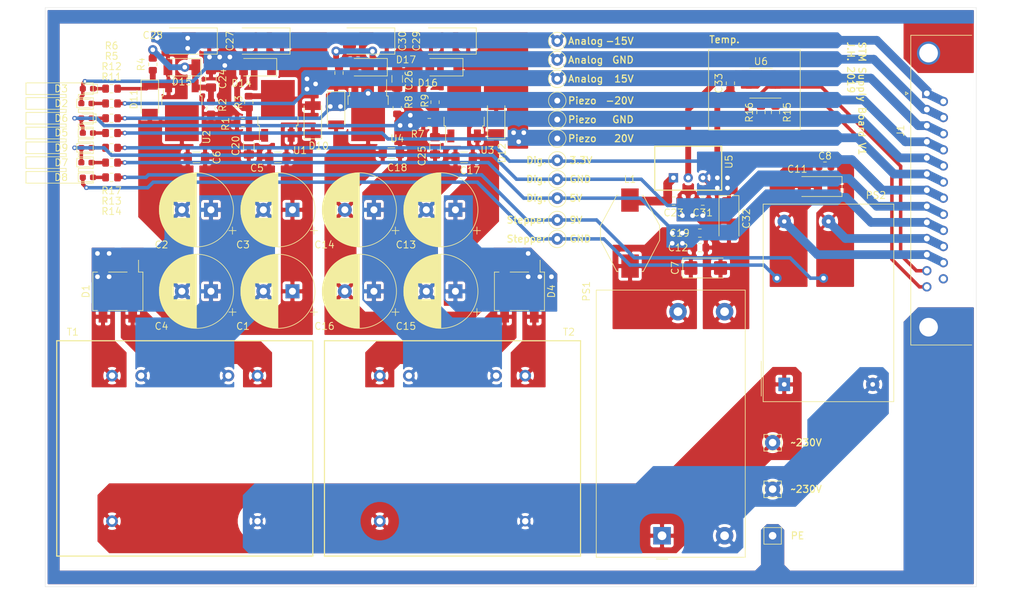
<source format=kicad_pcb>
(kicad_pcb (version 20171130) (host pcbnew 5.1.6)
  (layers (0 F.Cu signal) (31 B.Cu signal) (34 B.Paste user) (35 F.Paste user) (36 B.SilkS user) (37 F.SilkS user) (38 B.Mask user) (39 F.Mask user) (44 Edge.Cuts user))
  (net 0 "")
  (net 1 /analog_gnd)
  (net 2 "Net-(C1-Pad1)")
  (net 3 "Net-(C2-Pad2)")
  (net 4 /digital_gnd)
  (net 5 /digital_5V)
  (net 6 /stepper_gnd)
  (net 7 /stepper_9V)
  (net 8 /analog_15V)
  (net 9 /analog_-15V)
  (net 10 /piezo_gnd)
  (net 11 "Net-(C13-Pad1)")
  (net 12 "Net-(C14-Pad2)")
  (net 13 /piezo_20V)
  (net 14 /piezo_-20V)
  (net 15 "Net-(C23-Pad1)")
  (net 16 /digital_3V3)
  (net 17 "Net-(D1-Pad3)")
  (net 18 "Net-(D1-Pad4)")
  (net 19 "Net-(D2-Pad2)")
  (net 20 "Net-(D4-Pad3)")
  (net 21 "Net-(D4-Pad4)")
  (net 22 "Net-(D5-Pad2)")
  (net 23 "Net-(D7-Pad2)")
  (net 24 "Net-(D8-Pad2)")
  (net 25 "Net-(D9-Pad2)")
  (net 26 "Net-(J1-Pad25)")
  (net 27 /230V_L)
  (net 28 /230V_N)
  (net 29 /i2c_sda)
  (net 30 /i2c_scl)
  (net 31 "Net-(U6-Pad3)")
  (net 32 /230V_PE)
  (net 33 "Net-(C20-Pad1)")
  (net 34 "Net-(C24-Pad2)")
  (net 35 "Net-(C25-Pad1)")
  (net 36 "Net-(C26-Pad2)")
  (net 37 "Net-(D3-Pad1)")
  (net 38 "Net-(D6-Pad1)")
  (module Package_SO:SOIC-8_3.9x4.9mm_P1.27mm (layer F.Cu) (at 198 60.75 180)
    (fp_text reference U6 (at 0 3.75) (layer F.SilkS) (effects (font (size 1.2 1.2))))
    (fp_text value LM75C)
    (pad 8 smd roundrect (at 2.475 -1.905 180) (size 1.95 0.6) (layers F.Cu F.Paste F.Mask) (net 16 /digital_3V3))
    (pad 7 smd roundrect (at 2.475 -0.635 180) (size 1.95 0.6) (layers F.Cu F.Paste F.Mask) (net 4 /digital_gnd))
    (pad 6 smd roundrect (at 2.475 0.635 180) (size 1.95 0.6) (layers F.Cu F.Paste F.Mask) (net 4 /digital_gnd))
    (pad 5 smd roundrect (at 2.475 1.905 180) (size 1.95 0.6) (layers F.Cu F.Paste F.Mask) (net 4 /digital_gnd))
    (pad 4 smd roundrect (at -2.475 1.905 180) (size 1.95 0.6) (layers F.Cu F.Paste F.Mask) (net 4 /digital_gnd))
    (pad 3 smd roundrect (at -2.475 0.635 180) (size 1.95 0.6) (layers F.Cu F.Paste F.Mask) (net 31 "Net-(U6-Pad3)"))
    (pad 2 smd roundrect (at -2.475 -0.635 180) (size 1.95 0.6) (layers F.Cu F.Paste F.Mask) (net 30 /i2c_scl))
    (pad 1 smd roundrect (at -2.475 -1.905 180) (size 1.95 0.6) (layers F.Cu F.Paste F.Mask) (net 29 /i2c_sda))
  )
  (module Capacitor_SMD:C_0805_2012Metric_Pad1.15x1.40mm_HandSolder (layer F.Cu) (at 192.75 60.75 90)
    (fp_text reference C33 (at 0 -2 90) (layer F.SilkS) (effects (font (size 1.2 1.2))))
    (fp_text value 100n)
    (pad 2 smd roundrect (at 1.025 0 90) (size 1.15 1.4) (layers F.Cu F.Paste F.Mask) (roundrect_rratio 0.217391) (net 4 /digital_gnd))
    (pad 1 smd roundrect (at -1.025 0 90) (size 1.15 1.4) (layers F.Cu F.Paste F.Mask) (roundrect_rratio 0.217391) (net 16 /digital_3V3))
  )
  (module TestPoint:TestPoint_Loop_D1.80mm_Drill1.0mm_Beaded (layer F.Cu) (at 163 80.5)
    (fp_text reference TP11 hide)
    (fp_text value TestPoint hide)
    (pad 1 thru_hole circle (at 0 0) (size 2 2) (drill 1) (layers *.Cu *.Mask) (net 5 /digital_5V))
  )
  (module TestPoint:TestPoint_Loop_D1.80mm_Drill1.0mm_Beaded (layer F.Cu) (at 163 87.5)
    (fp_text reference TP10 hide)
    (fp_text value TestPoint hide)
    (pad 1 thru_hole circle (at 0 0) (size 2 2) (drill 1) (layers *.Cu *.Mask) (net 6 /stepper_gnd))
  )
  (module TestPoint:TestPoint_Loop_D1.80mm_Drill1.0mm_Beaded (layer F.Cu) (at 163 56.75)
    (fp_text reference TP8 hide)
    (fp_text value TestPoint hide)
    (pad 1 thru_hole circle (at 0 0) (size 2 2) (drill 1) (layers *.Cu *.Mask) (net 1 /analog_gnd))
  )
  (module TestPoint:TestPoint_Loop_D1.80mm_Drill1.0mm_Beaded (layer F.Cu) (at 163 60)
    (fp_text reference TP7 hide)
    (fp_text value TestPoint hide)
    (pad 1 thru_hole circle (at 0 0) (size 2 2) (drill 1) (layers *.Cu *.Mask) (net 8 /analog_15V))
  )
  (module TestPoint:TestPoint_Loop_D1.80mm_Drill1.0mm_Beaded (layer F.Cu) (at 163 63.75)
    (fp_text reference TP6 hide)
    (fp_text value TestPoint hide)
    (pad 1 thru_hole circle (at 0 0) (size 2 2) (drill 1) (layers *.Cu *.Mask) (net 14 /piezo_-20V))
  )
  (module TestPoint:TestPoint_Loop_D1.80mm_Drill1.0mm_Beaded (layer F.Cu) (at 163 67)
    (fp_text reference TP5 hide)
    (fp_text value TestPoint hide)
    (pad 1 thru_hole circle (at 0 0) (size 2 2) (drill 1) (layers *.Cu *.Mask) (net 10 /piezo_gnd))
  )
  (module TestPoint:TestPoint_Loop_D1.80mm_Drill1.0mm_Beaded (layer F.Cu) (at 163 70.25)
    (fp_text reference TP4 hide)
    (fp_text value TestPoint hide)
    (pad 1 thru_hole circle (at 0 0) (size 2 2) (drill 1) (layers *.Cu *.Mask) (net 13 /piezo_20V))
  )
  (module TestPoint:TestPoint_Loop_D1.80mm_Drill1.0mm_Beaded (layer F.Cu) (at 163 74)
    (fp_text reference TP3 hide)
    (fp_text value TestPoint hide)
    (pad 1 thru_hole circle (at 0 0) (size 2 2) (drill 1) (layers *.Cu *.Mask) (net 16 /digital_3V3))
  )
  (module TestPoint:TestPoint_Loop_D1.80mm_Drill1.0mm_Beaded (layer F.Cu) (at 163 77.25)
    (fp_text reference TP2 hide)
    (fp_text value TestPoint hide)
    (pad 1 thru_hole circle (at 0 0) (size 2 2) (drill 1) (layers *.Cu *.Mask) (net 4 /digital_gnd))
  )
  (module TestPoint:TestPoint_Loop_D1.80mm_Drill1.0mm_Beaded (layer F.Cu) (at 163 53.5)
    (fp_text reference TP1 hide)
    (fp_text value TestPoint hide)
    (pad 1 thru_hole circle (at 0 0) (size 2 2) (drill 1) (layers *.Cu *.Mask) (net 9 /analog_-15V))
  )
  (module TestPoint:TestPoint_Loop_D1.80mm_Drill1.0mm_Beaded (layer F.Cu) (at 163 84.25)
    (fp_text reference TP9 hide)
    (fp_text value TestPoint hide)
    (pad 1 thru_hole circle (at 0 0) (size 2 2) (drill 1) (layers *.Cu *.Mask) (net 7 /stepper_9V))
  )
  (module STM_Custom_Lib:Hammond_1455N1602BK (layer F.Cu) (at 155 97.5 90)
    (fp_text reference N1 hide)
    (fp_text value Housing hide)
  )
  (module LED_SMD:LED_0603_1608Metric_Pad1.05x0.95mm_HandSolder (layer F.Cu) (at 82.102 71.846)
    (fp_text reference D9 (at -4.318 0) (layer F.SilkS) (effects (font (size 1.2 1.2))))
    (fp_text value LED_Small)
    (pad 2 smd roundrect (at 0.875 0) (size 1.05 0.95) (layers F.Cu F.Paste F.Mask) (net 25 "Net-(D9-Pad2)"))
    (pad 1 smd roundrect (at -0.875 0) (size 1.05 0.95) (layers F.Cu F.Paste F.Mask) (net 4 /digital_gnd))
  )
  (module LED_SMD:LED_0603_1608Metric_Pad1.05x0.95mm_HandSolder (layer F.Cu) (at 82.356 76.926)
    (fp_text reference D8 (at -4.606 0) (layer F.SilkS) (effects (font (size 1.2 1.2))))
    (fp_text value LED_Small)
    (pad 2 smd roundrect (at 0.875 0) (size 1.05 0.95) (layers F.Cu F.Paste F.Mask) (net 24 "Net-(D8-Pad2)"))
    (pad 1 smd roundrect (at -0.875 0) (size 1.05 0.95) (layers F.Cu F.Paste F.Mask) (net 6 /stepper_gnd))
  )
  (module LED_SMD:LED_0603_1608Metric_Pad1.05x0.95mm_HandSolder (layer F.Cu) (at 82.102 74.386)
    (fp_text reference D7 (at -4.318 0) (layer F.SilkS) (effects (font (size 1.2 1.2))))
    (fp_text value LED_Small)
    (pad 2 smd roundrect (at 0.875 0) (size 1.05 0.95) (layers F.Cu F.Paste F.Mask) (net 23 "Net-(D7-Pad2)"))
    (pad 1 smd roundrect (at -0.875 0) (size 1.05 0.95) (layers F.Cu F.Paste F.Mask) (net 4 /digital_gnd))
  )
  (module LED_SMD:LED_0603_1608Metric_Pad1.05x0.95mm_HandSolder (layer F.Cu) (at 82.102 66.766 180)
    (fp_text reference D6 (at 4.318 0) (layer F.SilkS) (effects (font (size 1.2 1.2))))
    (fp_text value LED_Small)
    (pad 2 smd roundrect (at 0.875 0 180) (size 1.05 0.95) (layers F.Cu F.Paste F.Mask) (net 10 /piezo_gnd))
    (pad 1 smd roundrect (at -0.875 0 180) (size 1.05 0.95) (layers F.Cu F.Paste F.Mask) (net 38 "Net-(D6-Pad1)"))
  )
  (module LED_SMD:LED_0603_1608Metric_Pad1.05x0.95mm_HandSolder (layer F.Cu) (at 82.356 69.306)
    (fp_text reference D5 (at -4.572 -0.056) (layer F.SilkS) (effects (font (size 1.2 1.2))))
    (fp_text value LED_Small)
    (pad 2 smd roundrect (at 0.875 0) (size 1.05 0.95) (layers F.Cu F.Paste F.Mask) (net 22 "Net-(D5-Pad2)"))
    (pad 1 smd roundrect (at -0.875 0) (size 1.05 0.95) (layers F.Cu F.Paste F.Mask) (net 10 /piezo_gnd))
  )
  (module LED_SMD:LED_0603_1608Metric_Pad1.05x0.95mm_HandSolder (layer F.Cu) (at 82.356 61.686 180)
    (fp_text reference D3 (at 4.606 0) (layer F.SilkS) (effects (font (size 1.2 1.2))))
    (fp_text value LED_Small)
    (pad 2 smd roundrect (at 0.875 0 180) (size 1.05 0.95) (layers F.Cu F.Paste F.Mask) (net 1 /analog_gnd))
    (pad 1 smd roundrect (at -0.875 0 180) (size 1.05 0.95) (layers F.Cu F.Paste F.Mask) (net 37 "Net-(D3-Pad1)"))
  )
  (module STM_Custom_Lib:light-guide (layer F.Cu) (at 79.816 69.306 90)
    (fp_text reference REF** hide)
    (fp_text value light-guide hide)
    (pad "" np_thru_hole circle (at -7.62 0 90) (size 1.1 1.1) (drill 1.1) (layers *.Cu *.Mask))
    (pad "" np_thru_hole circle (at 0 0 90) (size 1.1 1.1) (drill 1.1) (layers *.Cu *.Mask))
    (pad "" np_thru_hole circle (at 7.62 0 90) (size 1.1 1.1) (drill 1.1) (layers *.Cu *.Mask))
    (pad "" np_thru_hole circle (at -7.62 0 90) (size 1.1 1.1) (drill 1.1) (layers *.Cu *.Mask))
  )
  (module LED_SMD:LED_0603_1608Metric_Pad1.05x0.95mm_HandSolder (layer F.Cu) (at 82.102 64.226)
    (fp_text reference D2 (at -4.318 0) (layer F.SilkS) (effects (font (size 1.2 1.2))))
    (fp_text value LED_Small)
    (pad 2 smd roundrect (at 0.875 0) (size 1.05 0.95) (layers F.Cu F.Paste F.Mask) (net 19 "Net-(D2-Pad2)"))
    (pad 1 smd roundrect (at -0.875 0) (size 1.05 0.95) (layers F.Cu F.Paste F.Mask) (net 1 /analog_gnd))
  )
  (module Diode_SMD:D_MELF (layer F.Cu) (at 130.5 58 180)
    (fp_text reference D17 (at -6.5 1.3) (layer F.SilkS) (effects (font (size 1.2 1.2))))
    (fp_text value 1N4002)
    (pad 2 smd rect (at 2.4 0 180) (size 1.5 2.7) (layers F.Cu F.Paste F.Mask) (net 14 /piezo_-20V))
    (pad 1 smd rect (at -2.4 0 180) (size 1.5 2.7) (layers F.Cu F.Paste F.Mask) (net 36 "Net-(C26-Pad2)"))
  )
  (module Diode_SMD:D_MELF (layer F.Cu) (at 143.5 58 180)
    (fp_text reference D16 (at 2.75 -2.7) (layer F.SilkS) (effects (font (size 1.2 1.2))))
    (fp_text value 1N4002)
    (pad 2 smd rect (at 2.4 0 180) (size 1.5 2.7) (layers F.Cu F.Paste F.Mask) (net 35 "Net-(C25-Pad1)"))
    (pad 1 smd rect (at -2.4 0 180) (size 1.5 2.7) (layers F.Cu F.Paste F.Mask) (net 13 /piezo_20V))
  )
  (module Diode_SMD:D_MELF (layer F.Cu) (at 98.5 58 180)
    (fp_text reference D15 (at 0 -2.5) (layer F.SilkS) (effects (font (size 1.2 1.2))))
    (fp_text value 1N4002)
    (pad 2 smd rect (at 2.4 0 180) (size 1.5 2.7) (layers F.Cu F.Paste F.Mask) (net 9 /analog_-15V))
    (pad 1 smd rect (at -2.4 0 180) (size 1.5 2.7) (layers F.Cu F.Paste F.Mask) (net 34 "Net-(C24-Pad2)"))
  )
  (module Diode_SMD:D_MELF (layer F.Cu) (at 111.5 58 180)
    (fp_text reference D14 (at 2.75 -2.75) (layer F.SilkS) (effects (font (size 1.2 1.2))))
    (fp_text value 1N4002)
    (pad 2 smd rect (at 2.4 0 180) (size 1.5 2.7) (layers F.Cu F.Paste F.Mask) (net 33 "Net-(C20-Pad1)"))
    (pad 1 smd rect (at -2.4 0 180) (size 1.5 2.7) (layers F.Cu F.Paste F.Mask) (net 8 /analog_15V))
  )
  (module Diode_SMD:D_MELF (layer F.Cu) (at 125 65.5 270)
    (fp_text reference D13 hide)
    (fp_text value 1N4002)
    (pad 2 smd rect (at 2.4 0 270) (size 1.5 2.7) (layers F.Cu F.Paste F.Mask) (net 12 "Net-(C14-Pad2)"))
    (pad 1 smd rect (at -2.4 0 270) (size 1.5 2.7) (layers F.Cu F.Paste F.Mask) (net 14 /piezo_-20V))
  )
  (module Diode_SMD:D_MELF (layer F.Cu) (at 152.5 67 90)
    (fp_text reference D12 (at -5.75 1 90) (layer F.SilkS) (effects (font (size 1.2 1.2))))
    (fp_text value 1N4002)
    (pad 2 smd rect (at 2.4 0 90) (size 1.5 2.7) (layers F.Cu F.Paste F.Mask) (net 13 /piezo_20V))
    (pad 1 smd rect (at -2.4 0 90) (size 1.5 2.7) (layers F.Cu F.Paste F.Mask) (net 11 "Net-(C13-Pad1)"))
  )
  (module Diode_SMD:D_MELF (layer F.Cu) (at 93 63.5 270)
    (fp_text reference D11 (at 0 2.75 90) (layer F.SilkS) (effects (font (size 1.2 1.2))))
    (fp_text value 1N4002)
    (pad 2 smd rect (at 2.4 0 270) (size 1.5 2.7) (layers F.Cu F.Paste F.Mask) (net 3 "Net-(C2-Pad2)"))
    (pad 1 smd rect (at -2.4 0 270) (size 1.5 2.7) (layers F.Cu F.Paste F.Mask) (net 9 /analog_-15V))
  )
  (module Diode_SMD:D_MELF (layer F.Cu) (at 121 67 90)
    (fp_text reference D10 (at -4.5 1 180) (layer F.SilkS) (effects (font (size 1.2 1.2))))
    (fp_text value 1N4002)
    (pad 2 smd rect (at 2.4 0 90) (size 1.5 2.7) (layers F.Cu F.Paste F.Mask) (net 8 /analog_15V))
    (pad 1 smd rect (at -2.4 0 90) (size 1.5 2.7) (layers F.Cu F.Paste F.Mask) (net 2 "Net-(C1-Pad1)"))
  )
  (module Capacitor_SMD:C_1206_3216Metric_Pad1.42x1.75mm_HandSolder (layer F.Cu) (at 135.5 60 270)
    (fp_text reference C26 (at 0.25 -2 90) (layer F.SilkS) (effects (font (size 1.2 1.2))))
    (fp_text value 10u)
    (pad 2 smd roundrect (at 1.4875 0 270) (size 1.425 1.75) (layers F.Cu F.Paste F.Mask) (roundrect_rratio 0.175439) (net 36 "Net-(C26-Pad2)"))
    (pad 1 smd roundrect (at -1.4875 0 270) (size 1.425 1.75) (layers F.Cu F.Paste F.Mask) (roundrect_rratio 0.175439) (net 10 /piezo_gnd))
  )
  (module Capacitor_SMD:C_1206_3216Metric_Pad1.42x1.75mm_HandSolder (layer F.Cu) (at 142 71.5 270)
    (fp_text reference C25 (at 1.75 2.25 90) (layer F.SilkS) (effects (font (size 1.2 1.2))))
    (fp_text value 10u)
    (pad 2 smd roundrect (at 1.4875 0 270) (size 1.425 1.75) (layers F.Cu F.Paste F.Mask) (roundrect_rratio 0.175439) (net 10 /piezo_gnd))
    (pad 1 smd roundrect (at -1.4875 0 270) (size 1.425 1.75) (layers F.Cu F.Paste F.Mask) (roundrect_rratio 0.175439) (net 35 "Net-(C25-Pad1)"))
  )
  (module Capacitor_SMD:C_1206_3216Metric_Pad1.42x1.75mm_HandSolder (layer F.Cu) (at 103.5 60 270)
    (fp_text reference C24 (at 0 -2 90) (layer F.SilkS) (effects (font (size 1.2 1.2))))
    (fp_text value 10u)
    (pad 2 smd roundrect (at 1.4875 0 270) (size 1.425 1.75) (layers F.Cu F.Paste F.Mask) (roundrect_rratio 0.175439) (net 34 "Net-(C24-Pad2)"))
    (pad 1 smd roundrect (at -1.4875 0 270) (size 1.425 1.75) (layers F.Cu F.Paste F.Mask) (roundrect_rratio 0.175439) (net 1 /analog_gnd))
  )
  (module Capacitor_SMD:C_1206_3216Metric_Pad1.42x1.75mm_HandSolder (layer F.Cu) (at 110 71.5 270)
    (fp_text reference C20 (at 0 2.25 90) (layer F.SilkS) (effects (font (size 1.2 1.2))))
    (fp_text value 10u)
    (pad 2 smd roundrect (at 1.4875 0 270) (size 1.425 1.75) (layers F.Cu F.Paste F.Mask) (roundrect_rratio 0.175439) (net 1 /analog_gnd))
    (pad 1 smd roundrect (at -1.4875 0 270) (size 1.425 1.75) (layers F.Cu F.Paste F.Mask) (roundrect_rratio 0.175439) (net 33 "Net-(C20-Pad1)"))
  )
  (module Diode_SMD:Diode_Bridge_Diotec_SO-DIL-Slim (layer F.Cu) (at 156.5 96.5 270)
    (fp_text reference D4 (at 0 -5.5 90) (layer F.SilkS) (effects (font (size 1.2 1.2))))
    (fp_text value "VC 5,0/2/15")
    (pad 4 smd rect (at 4.37 -2.55 270) (size 2 1.5) (layers F.Cu F.Paste F.Mask) (net 21 "Net-(D4-Pad4)"))
    (pad 3 smd rect (at 4.37 2.55 270) (size 2 1.5) (layers F.Cu F.Paste F.Mask) (net 20 "Net-(D4-Pad3)"))
    (pad 2 smd rect (at -4.37 2.55 270) (size 2 1.5) (layers F.Cu F.Paste F.Mask) (net 12 "Net-(C14-Pad2)"))
    (pad 1 smd rect (at -4.37 -2.55 270) (size 2 1.5) (layers F.Cu F.Paste F.Mask) (net 11 "Net-(C13-Pad1)"))
  )
  (module Diode_SMD:Diode_Bridge_Diotec_SO-DIL-Slim (layer F.Cu) (at 87.5 96.5 270)
    (fp_text reference D1 (at 0 5.5 90) (layer F.SilkS) (effects (font (size 1.2 1.2))))
    (fp_text value "VC 5,0/2/15")
    (pad 4 smd rect (at 4.37 -2.55 270) (size 2 1.5) (layers F.Cu F.Paste F.Mask) (net 18 "Net-(D1-Pad4)"))
    (pad 3 smd rect (at 4.37 2.55 270) (size 2 1.5) (layers F.Cu F.Paste F.Mask) (net 17 "Net-(D1-Pad3)"))
    (pad 2 smd rect (at -4.37 2.55 270) (size 2 1.5) (layers F.Cu F.Paste F.Mask) (net 3 "Net-(C2-Pad2)"))
    (pad 1 smd rect (at -4.37 -2.55 270) (size 2 1.5) (layers F.Cu F.Paste F.Mask) (net 2 "Net-(C1-Pad1)"))
  )
  (module Resistor_SMD:R_0805_2012Metric_Pad1.15x1.40mm_HandSolder (layer F.Cu) (at 198 65.75 90)
    (fp_text reference R16 (at 0 -2 90) (layer F.SilkS) (effects (font (size 1.2 1.2))))
    (fp_text value 10k)
    (pad 2 smd roundrect (at 1.025 0 90) (size 1.15 1.4) (layers F.Cu F.Paste F.Mask) (roundrect_rratio 0.217391) (net 30 /i2c_scl))
    (pad 1 smd roundrect (at -1.025 0 90) (size 1.15 1.4) (layers F.Cu F.Paste F.Mask) (roundrect_rratio 0.217391) (net 16 /digital_3V3))
  )
  (module Resistor_SMD:R_0805_2012Metric_Pad1.15x1.40mm_HandSolder (layer F.Cu) (at 200.5 65.75 90)
    (fp_text reference R15 (at 0 2 90) (layer F.SilkS) (effects (font (size 1.2 1.2))))
    (fp_text value 10k)
    (pad 2 smd roundrect (at 1.025 0 90) (size 1.15 1.4) (layers F.Cu F.Paste F.Mask) (roundrect_rratio 0.217391) (net 29 /i2c_sda))
    (pad 1 smd roundrect (at -1.025 0 90) (size 1.15 1.4) (layers F.Cu F.Paste F.Mask) (roundrect_rratio 0.217391) (net 16 /digital_3V3))
  )
  (module Connector_Dsub:DSUB-25_Female_Horizontal_P2.77x2.84mm_EdgePinOffset4.94mm_Housed_MountingHolesOffset7.48mm (layer F.Cu) (at 226.5 62.5 90)
    (fp_text reference J1 (at -6.4 -4.5 90) (layer F.SilkS) (effects (font (size 1.2 1.2))))
    (fp_text value DB25_Female_MountingHoles)
    (pad 0 thru_hole circle (at 6.93 0.3 90) (size 4 4) (drill 3.2) (layers *.Cu *.Mask) (net 32 /230V_PE))
    (pad 0 thru_hole circle (at -40.17 0.3 90) (size 4 4) (drill 3.2) (layers *.Cu *.Mask) (net 32 /230V_PE))
    (pad 25 thru_hole circle (at -31.855 2.84 90) (size 1.6 1.6) (drill 1) (layers *.Cu *.Mask) (net 26 "Net-(J1-Pad25)"))
    (pad 24 thru_hole circle (at -29.085 2.84 90) (size 1.6 1.6) (drill 1) (layers *.Cu *.Mask) (net 6 /stepper_gnd))
    (pad 23 thru_hole circle (at -26.315 2.84 90) (size 1.6 1.6) (drill 1) (layers *.Cu *.Mask) (net 7 /stepper_9V))
    (pad 22 thru_hole circle (at -23.545 2.84 90) (size 1.6 1.6) (drill 1) (layers *.Cu *.Mask) (net 5 /digital_5V))
    (pad 21 thru_hole circle (at -20.775 2.84 90) (size 1.6 1.6) (drill 1) (layers *.Cu *.Mask) (net 4 /digital_gnd))
    (pad 20 thru_hole circle (at -18.005 2.84 90) (size 1.6 1.6) (drill 1) (layers *.Cu *.Mask) (net 16 /digital_3V3))
    (pad 19 thru_hole circle (at -15.235 2.84 90) (size 1.6 1.6) (drill 1) (layers *.Cu *.Mask) (net 13 /piezo_20V))
    (pad 18 thru_hole circle (at -12.465 2.84 90) (size 1.6 1.6) (drill 1) (layers *.Cu *.Mask) (net 10 /piezo_gnd))
    (pad 17 thru_hole circle (at -9.695 2.84 90) (size 1.6 1.6) (drill 1) (layers *.Cu *.Mask) (net 14 /piezo_-20V))
    (pad 16 thru_hole circle (at -6.925 2.84 90) (size 1.6 1.6) (drill 1) (layers *.Cu *.Mask) (net 8 /analog_15V))
    (pad 15 thru_hole circle (at -4.155 2.84 90) (size 1.6 1.6) (drill 1) (layers *.Cu *.Mask) (net 1 /analog_gnd))
    (pad 14 thru_hole circle (at -1.385 2.84 90) (size 1.6 1.6) (drill 1) (layers *.Cu *.Mask) (net 9 /analog_-15V))
    (pad 13 thru_hole circle (at -33.24 0 90) (size 1.6 1.6) (drill 1) (layers *.Cu *.Mask) (net 29 /i2c_sda))
    (pad 12 thru_hole circle (at -30.47 0 90) (size 1.6 1.6) (drill 1) (layers *.Cu *.Mask) (net 30 /i2c_scl))
    (pad 11 thru_hole circle (at -27.7 0 90) (size 1.6 1.6) (drill 1) (layers *.Cu *.Mask) (net 6 /stepper_gnd))
    (pad 10 thru_hole circle (at -24.93 0 90) (size 1.6 1.6) (drill 1) (layers *.Cu *.Mask) (net 7 /stepper_9V))
    (pad 9 thru_hole circle (at -22.16 0 90) (size 1.6 1.6) (drill 1) (layers *.Cu *.Mask) (net 5 /digital_5V))
    (pad 8 thru_hole circle (at -19.39 0 90) (size 1.6 1.6) (drill 1) (layers *.Cu *.Mask) (net 4 /digital_gnd))
    (pad 7 thru_hole circle (at -16.62 0 90) (size 1.6 1.6) (drill 1) (layers *.Cu *.Mask) (net 16 /digital_3V3))
    (pad 6 thru_hole circle (at -13.85 0 90) (size 1.6 1.6) (drill 1) (layers *.Cu *.Mask) (net 13 /piezo_20V))
    (pad 5 thru_hole circle (at -11.08 0 90) (size 1.6 1.6) (drill 1) (layers *.Cu *.Mask) (net 10 /piezo_gnd))
    (pad 4 thru_hole circle (at -8.31 0 90) (size 1.6 1.6) (drill 1) (layers *.Cu *.Mask) (net 14 /piezo_-20V))
    (pad 3 thru_hole circle (at -5.54 0 90) (size 1.6 1.6) (drill 1) (layers *.Cu *.Mask) (net 8 /analog_15V))
    (pad 2 thru_hole circle (at -2.77 0 90) (size 1.6 1.6) (drill 1) (layers *.Cu *.Mask) (net 1 /analog_gnd))
    (pad 1 thru_hole rect (at 0 0 90) (size 1.6 1.6) (drill 1) (layers *.Cu *.Mask) (net 9 /analog_-15V))
  )
  (module Connector_Pin:Pin_D1.3mm_L11.3mm_W2.8mm_Flat (layer F.Cu) (at 200 122.5)
    (fp_text reference J4 hide)
    (fp_text value N)
    (pad 1 thru_hole circle (at 0 0) (size 2.6 2.6) (drill 1.3) (layers *.Cu *.Mask) (net 28 /230V_N))
  )
  (module Connector_Pin:Pin_D1.3mm_L11.3mm_W2.8mm_Flat (layer F.Cu) (at 200 130.5)
    (fp_text reference J3 hide)
    (fp_text value L)
    (pad 1 thru_hole circle (at 0 0) (size 2.6 2.6) (drill 1.3) (layers *.Cu *.Mask) (net 27 /230V_L))
  )
  (module Connector_Pin:Pin_D1.3mm_L11.3mm_W2.8mm_Flat (layer F.Cu) (at 200 138.5)
    (fp_text reference J2 hide)
    (fp_text value PE)
    (pad 1 thru_hole circle (at 0 0) (size 2.6 2.6) (drill 1.3) (layers *.Cu *.Mask) (net 32 /230V_PE))
  )
  (module STM_Custom_Lib:traco_TSR_0.5-2433 (layer F.Cu) (at 185.5 77)
    (fp_text reference U5 (at 7 -2.75 270) (layer F.SilkS) (effects (font (size 1.2 1.2))))
    (fp_text value traco_TSR_0.5-2433)
    (pad 3 thru_hole circle (at 2.54 0) (size 1.6 1.6) (drill 0.8) (layers *.Cu *.Mask) (net 16 /digital_3V3))
    (pad 2 thru_hole circle (at 0 0) (size 1.6 1.6) (drill 0.8) (layers *.Cu *.Mask) (net 4 /digital_gnd))
    (pad 1 thru_hole rect (at -2.54 0) (size 1.6 1.6) (drill 0.8) (layers *.Cu *.Mask) (net 15 "Net-(C23-Pad1)"))
  )
  (module Package_TO_SOT_SMD:TO-252-2 (layer F.Cu) (at 130.5 65.4 270)
    (fp_text reference U4 (at 4.85 -5 180) (layer F.SilkS) (effects (font (size 1.2 1.2))))
    (fp_text value LM337)
    (pad 2 smd rect (at 2.1 0 270) (size 6.4 5.8) (layers F.Cu F.Mask) (net 12 "Net-(C14-Pad2)"))
    (pad 3 smd rect (at -4.2 2.28 270) (size 2.2 1.2) (layers F.Cu F.Paste F.Mask) (net 14 /piezo_-20V))
    (pad 1 smd rect (at -4.2 -2.28 270) (size 2.2 1.2) (layers F.Cu F.Paste F.Mask) (net 36 "Net-(C26-Pad2)"))
  )
  (module Package_TO_SOT_SMD:TO-252-2 (layer F.Cu) (at 147 65.6 90)
    (fp_text reference U3 (at -6.65 4 180) (layer F.SilkS) (effects (font (size 1.2 1.2))))
    (fp_text value 240R)
    (pad 2 smd rect (at 2.1 0 90) (size 6.4 5.8) (layers F.Cu F.Mask) (net 13 /piezo_20V))
    (pad 3 smd rect (at -4.2 2.28 90) (size 2.2 1.2) (layers F.Cu F.Paste F.Mask) (net 11 "Net-(C13-Pad1)"))
    (pad 1 smd rect (at -4.2 -2.28 90) (size 2.2 1.2) (layers F.Cu F.Paste F.Mask) (net 35 "Net-(C25-Pad1)"))
  )
  (module Package_TO_SOT_SMD:TO-252-2 (layer F.Cu) (at 98.5 65.4 270)
    (fp_text reference U2 (at 4.6 -4.25 90) (layer F.SilkS) (effects (font (size 1.2 1.2))))
    (fp_text value LM337)
    (pad 2 smd rect (at 2.1 0 270) (size 6.4 5.8) (layers F.Cu F.Mask) (net 3 "Net-(C2-Pad2)"))
    (pad 3 smd rect (at -4.2 2.28 270) (size 2.2 1.2) (layers F.Cu F.Paste F.Mask) (net 9 /analog_-15V))
    (pad 1 smd rect (at -4.2 -2.28 270) (size 2.2 1.2) (layers F.Cu F.Paste F.Mask) (net 34 "Net-(C24-Pad2)"))
  )
  (module Package_TO_SOT_SMD:TO-252-2 (layer F.Cu) (at 115 65.5 90)
    (fp_text reference U1 (at -6.8 3.8 180) (layer F.SilkS) (effects (font (size 1.2 1.2))))
    (fp_text value LM317)
    (pad 2 smd rect (at 2.1 0 90) (size 6.4 5.8) (layers F.Cu F.Mask) (net 8 /analog_15V))
    (pad 3 smd rect (at -4.2 2.28 90) (size 2.2 1.2) (layers F.Cu F.Paste F.Mask) (net 2 "Net-(C1-Pad1)"))
    (pad 1 smd rect (at -4.2 -2.28 90) (size 2.2 1.2) (layers F.Cu F.Paste F.Mask) (net 33 "Net-(C20-Pad1)"))
  )
  (module STM_Custom_Lib:Block_VC5 (layer F.Cu) (at 145 123.5 180)
    (fp_text reference T2 (at -20 20 180) (layer F.SilkS) (effects (font (size 1.2 1.2))))
    (fp_text value Transformer_1P_2S)
    (pad 6 thru_hole circle (at -12.5 12.5 180) (size 2 2) (drill 1.1) (layers *.Cu *.Mask) (net 21 "Net-(D4-Pad4)"))
    (pad 5 thru_hole circle (at -7.5 12.5 180) (size 2 2) (drill 1.1) (layers *.Cu *.Mask) (net 10 /piezo_gnd))
    (pad 4 thru_hole circle (at 7.5 12.5 180) (size 2 2) (drill 1.1) (layers *.Cu *.Mask) (net 10 /piezo_gnd))
    (pad 3 thru_hole circle (at 12.5 12.5 180) (size 2 2) (drill 1.1) (layers *.Cu *.Mask) (net 20 "Net-(D4-Pad3)"))
    (pad 2 thru_hole circle (at -12.5 -12.5 180) (size 1.8 1.8) (drill 1.1) (layers *.Cu *.Mask) (net 27 /230V_L))
    (pad 1 thru_hole circle (at 12.5 -12.5 180) (size 2 2) (drill 1.1) (layers *.Cu *.Mask) (net 28 /230V_N))
  )
  (module STM_Custom_Lib:Block_VC5 (layer F.Cu) (at 99 123.5 180)
    (fp_text reference T1 (at 19.25 20 180) (layer F.SilkS) (effects (font (size 1.2 1.2))))
    (fp_text value Transformer_1P_2S)
    (pad 6 thru_hole circle (at -12.5 12.5 180) (size 2 2) (drill 1.1) (layers *.Cu *.Mask) (net 18 "Net-(D1-Pad4)"))
    (pad 5 thru_hole circle (at -7.5 12.5 180) (size 2 2) (drill 1.1) (layers *.Cu *.Mask) (net 1 /analog_gnd))
    (pad 4 thru_hole circle (at 7.5 12.5 180) (size 2 2) (drill 1.1) (layers *.Cu *.Mask) (net 1 /analog_gnd))
    (pad 3 thru_hole circle (at 12.5 12.5 180) (size 2 2) (drill 1.1) (layers *.Cu *.Mask) (net 17 "Net-(D1-Pad3)"))
    (pad 2 thru_hole circle (at -12.5 -12.5 180) (size 1.8 1.8) (drill 1.1) (layers *.Cu *.Mask) (net 27 /230V_L))
    (pad 1 thru_hole circle (at 12.5 -12.5 180) (size 2 2) (drill 1.1) (layers *.Cu *.Mask) (net 28 /230V_N))
  )
  (module Resistor_SMD:R_0805_2012Metric_Pad1.15x1.40mm_HandSolder (layer F.Cu) (at 86.42 71.846 180)
    (fp_text reference R17 (at 0 -7.366) (layer F.SilkS) (effects (font (size 1.2 1.2))))
    (fp_text value 150R)
    (pad 2 smd roundrect (at 1.025 0 180) (size 1.15 1.4) (layers F.Cu F.Paste F.Mask) (roundrect_rratio 0.217391) (net 25 "Net-(D9-Pad2)"))
    (pad 1 smd roundrect (at -1.025 0 180) (size 1.15 1.4) (layers F.Cu F.Paste F.Mask) (roundrect_rratio 0.217391) (net 16 /digital_3V3))
  )
  (module Resistor_SMD:R_0805_2012Metric_Pad1.15x1.40mm_HandSolder (layer F.Cu) (at 86.42 76.926 180)
    (fp_text reference R14 (at 0 -5.842 180) (layer F.SilkS) (effects (font (size 1.2 1.2))))
    (fp_text value 750R)
    (pad 2 smd roundrect (at 1.025 0 180) (size 1.15 1.4) (layers F.Cu F.Paste F.Mask) (roundrect_rratio 0.217391) (net 24 "Net-(D8-Pad2)"))
    (pad 1 smd roundrect (at -1.025 0 180) (size 1.15 1.4) (layers F.Cu F.Paste F.Mask) (roundrect_rratio 0.217391) (net 7 /stepper_9V))
  )
  (module Resistor_SMD:R_0805_2012Metric_Pad1.15x1.40mm_HandSolder (layer F.Cu) (at 86.42 74.386 180)
    (fp_text reference R13 (at 0 -6.604) (layer F.SilkS) (effects (font (size 1.2 1.2))))
    (fp_text value 330R)
    (pad 2 smd roundrect (at 1.025 0 180) (size 1.15 1.4) (layers F.Cu F.Paste F.Mask) (roundrect_rratio 0.217391) (net 23 "Net-(D7-Pad2)"))
    (pad 1 smd roundrect (at -1.025 0 180) (size 1.15 1.4) (layers F.Cu F.Paste F.Mask) (roundrect_rratio 0.217391) (net 5 /digital_5V))
  )
  (module Resistor_SMD:R_0805_2012Metric_Pad1.15x1.40mm_HandSolder (layer F.Cu) (at 86.42 66.766)
    (fp_text reference R12 (at 0 -8.89) (layer F.SilkS) (effects (font (size 1.2 1.2))))
    (fp_text value 1k5)
    (pad 2 smd roundrect (at 1.025 0) (size 1.15 1.4) (layers F.Cu F.Paste F.Mask) (roundrect_rratio 0.217391) (net 14 /piezo_-20V))
    (pad 1 smd roundrect (at -1.025 0) (size 1.15 1.4) (layers F.Cu F.Paste F.Mask) (roundrect_rratio 0.217391) (net 38 "Net-(D6-Pad1)"))
  )
  (module Resistor_SMD:R_0805_2012Metric_Pad1.15x1.40mm_HandSolder (layer F.Cu) (at 86.42 69.306 180)
    (fp_text reference R11 (at 0 9.652) (layer F.SilkS) (effects (font (size 1.2 1.2))))
    (fp_text value 1k5)
    (pad 2 smd roundrect (at 1.025 0 180) (size 1.15 1.4) (layers F.Cu F.Paste F.Mask) (roundrect_rratio 0.217391) (net 22 "Net-(D5-Pad2)"))
    (pad 1 smd roundrect (at -1.025 0 180) (size 1.15 1.4) (layers F.Cu F.Paste F.Mask) (roundrect_rratio 0.217391) (net 13 /piezo_20V))
  )
  (module Resistor_SMD:R_0805_2012Metric_Pad1.15x1.40mm_HandSolder (layer F.Cu) (at 125.5 59 270)
    (fp_text reference R10 hide)
    (fp_text value 120R)
    (pad 2 smd roundrect (at 1.025 0 270) (size 1.15 1.4) (layers F.Cu F.Paste F.Mask) (roundrect_rratio 0.217391) (net 14 /piezo_-20V))
    (pad 1 smd roundrect (at -1.025 0 270) (size 1.15 1.4) (layers F.Cu F.Paste F.Mask) (roundrect_rratio 0.217391) (net 36 "Net-(C26-Pad2)"))
  )
  (module Resistor_SMD:R_0805_2012Metric_Pad1.15x1.40mm_HandSolder (layer F.Cu) (at 142 64 270)
    (fp_text reference R9 (at -0.25 1.75 90) (layer F.SilkS) (effects (font (size 1.2 1.2))))
    (fp_text value 240R)
    (pad 2 smd roundrect (at 1.025 0 270) (size 1.15 1.4) (layers F.Cu F.Paste F.Mask) (roundrect_rratio 0.217391) (net 35 "Net-(C25-Pad1)"))
    (pad 1 smd roundrect (at -1.025 0 270) (size 1.15 1.4) (layers F.Cu F.Paste F.Mask) (roundrect_rratio 0.217391) (net 13 /piezo_20V))
  )
  (module Resistor_SMD:R_0805_2012Metric_Pad1.15x1.40mm_HandSolder (layer F.Cu) (at 135.5 65 90)
    (fp_text reference R8 (at 1 2 90) (layer F.SilkS) (effects (font (size 1.2 1.2))))
    (fp_text value 1k8)
    (pad 2 smd roundrect (at 1.025 0 90) (size 1.15 1.4) (layers F.Cu F.Paste F.Mask) (roundrect_rratio 0.217391) (net 36 "Net-(C26-Pad2)"))
    (pad 1 smd roundrect (at -1.025 0 90) (size 1.15 1.4) (layers F.Cu F.Paste F.Mask) (roundrect_rratio 0.217391) (net 10 /piezo_gnd))
  )
  (module Resistor_SMD:R_0805_2012Metric_Pad1.15x1.40mm_HandSolder (layer F.Cu) (at 141 67.5 180)
    (fp_text reference R7 (at 2 -2) (layer F.SilkS) (effects (font (size 1.2 1.2))))
    (fp_text value 3k6)
    (pad 2 smd roundrect (at 1.025 0 180) (size 1.15 1.4) (layers F.Cu F.Paste F.Mask) (roundrect_rratio 0.217391) (net 10 /piezo_gnd))
    (pad 1 smd roundrect (at -1.025 0 180) (size 1.15 1.4) (layers F.Cu F.Paste F.Mask) (roundrect_rratio 0.217391) (net 35 "Net-(C25-Pad1)"))
  )
  (module Resistor_SMD:R_0805_2012Metric_Pad1.15x1.40mm_HandSolder (layer F.Cu) (at 86.42 61.686)
    (fp_text reference R6 (at 0 -7.366) (layer F.SilkS) (effects (font (size 1.2 1.2))))
    (fp_text value 1k8)
    (pad 2 smd roundrect (at 1.025 0) (size 1.15 1.4) (layers F.Cu F.Paste F.Mask) (roundrect_rratio 0.217391) (net 9 /analog_-15V))
    (pad 1 smd roundrect (at -1.025 0) (size 1.15 1.4) (layers F.Cu F.Paste F.Mask) (roundrect_rratio 0.217391) (net 37 "Net-(D3-Pad1)"))
  )
  (module Resistor_SMD:R_0805_2012Metric_Pad1.15x1.40mm_HandSolder (layer F.Cu) (at 86.42 64.226 180)
    (fp_text reference R5 (at 0 8.128) (layer F.SilkS) (effects (font (size 1.2 1.2))))
    (fp_text value 1k8)
    (pad 2 smd roundrect (at 1.025 0 180) (size 1.15 1.4) (layers F.Cu F.Paste F.Mask) (roundrect_rratio 0.217391) (net 19 "Net-(D2-Pad2)"))
    (pad 1 smd roundrect (at -1.025 0 180) (size 1.15 1.4) (layers F.Cu F.Paste F.Mask) (roundrect_rratio 0.217391) (net 8 /analog_15V))
  )
  (module Resistor_SMD:R_0805_2012Metric_Pad1.15x1.40mm_HandSolder (layer F.Cu) (at 93.5 57.5 270)
    (fp_text reference R4 (at 0 2 90) (layer F.SilkS) (effects (font (size 1.2 1.2))))
    (fp_text value 120R)
    (pad 2 smd roundrect (at 1.025 0 270) (size 1.15 1.4) (layers F.Cu F.Paste F.Mask) (roundrect_rratio 0.217391) (net 9 /analog_-15V))
    (pad 1 smd roundrect (at -1.025 0 270) (size 1.15 1.4) (layers F.Cu F.Paste F.Mask) (roundrect_rratio 0.217391) (net 34 "Net-(C24-Pad2)"))
  )
  (module Resistor_SMD:R_0805_2012Metric_Pad1.15x1.40mm_HandSolder (layer F.Cu) (at 110 64 270)
    (fp_text reference R3 (at 0 1.75 90) (layer F.SilkS) (effects (font (size 1.2 1.2))))
    (fp_text value 240R)
    (pad 2 smd roundrect (at 1.025 0 270) (size 1.15 1.4) (layers F.Cu F.Paste F.Mask) (roundrect_rratio 0.217391) (net 33 "Net-(C20-Pad1)"))
    (pad 1 smd roundrect (at -1.025 0 270) (size 1.15 1.4) (layers F.Cu F.Paste F.Mask) (roundrect_rratio 0.217391) (net 8 /analog_15V))
  )
  (module Resistor_SMD:R_0805_2012Metric_Pad1.15x1.40mm_HandSolder (layer F.Cu) (at 103.5 65 90)
    (fp_text reference R2 (at 0.5 2 90) (layer F.SilkS) (effects (font (size 1.2 1.2))))
    (fp_text value 1k3)
    (pad 2 smd roundrect (at 1.025 0 90) (size 1.15 1.4) (layers F.Cu F.Paste F.Mask) (roundrect_rratio 0.217391) (net 34 "Net-(C24-Pad2)"))
    (pad 1 smd roundrect (at -1.025 0 90) (size 1.15 1.4) (layers F.Cu F.Paste F.Mask) (roundrect_rratio 0.217391) (net 1 /analog_gnd))
  )
  (module Resistor_SMD:R_0805_2012Metric_Pad1.15x1.40mm_HandSolder (layer F.Cu) (at 109 67.5 180)
    (fp_text reference R1 (at 3 -0.25 90) (layer F.SilkS) (effects (font (size 1.2 1.2))))
    (fp_text value 2k6)
    (pad 2 smd roundrect (at 1.025 0 180) (size 1.15 1.4) (layers F.Cu F.Paste F.Mask) (roundrect_rratio 0.217391) (net 1 /analog_gnd))
    (pad 1 smd roundrect (at -1.025 0 180) (size 1.15 1.4) (layers F.Cu F.Paste F.Mask) (roundrect_rratio 0.217391) (net 33 "Net-(C20-Pad1)"))
  )
  (module Converter_ACDC:Converter_ACDC_MeanWell_IRM-02-xx_THT (layer F.Cu) (at 202 112.5 90)
    (fp_text reference PS2 (at 32.5 15.75 180) (layer F.SilkS) (effects (font (size 1.2 1.2))))
    (fp_text value IRM-02-9)
    (pad 4 thru_hole circle (at 28 7.6 90) (size 2.3 2.3) (drill 0.76) (layers *.Cu *.Mask) (net 7 /stepper_9V))
    (pad 2 thru_hole circle (at 0 15.2 90) (size 2.3 2.3) (drill 0.8) (layers *.Cu *.Mask) (net 27 /230V_L))
    (pad 1 thru_hole rect (at 0 0 90) (size 2.3 2) (drill 0.8) (layers *.Cu *.Mask) (net 28 /230V_N))
    (pad 3 thru_hole circle (at 28 0 90) (size 2.3 2.3) (drill 0.76) (layers *.Cu *.Mask) (net 6 /stepper_gnd))
  )
  (module Converter_ACDC:Converter_ACDC_MeanWell_IRM-10-xx_THT (layer F.Cu) (at 181 138.5 90)
    (fp_text reference PS1 (at 42 -13 90) (layer F.SilkS) (effects (font (size 1.2 1.2))))
    (fp_text value IRM-10-5)
    (pad 1 thru_hole rect (at 0 0 90) (size 3 3) (drill 1.5) (layers *.Cu *.Mask) (net 28 /230V_N))
    (pad 4 thru_hole circle (at 38.5 2.75 90) (size 3 3) (drill 1.5) (layers *.Cu *.Mask) (net 5 /digital_5V))
    (pad 2 thru_hole circle (at 0 10.75 90) (size 3 3) (drill 1.5) (layers *.Cu *.Mask) (net 27 /230V_L))
    (pad 3 thru_hole circle (at 38.5 10.75 90) (size 3 3) (drill 1.5) (layers *.Cu *.Mask) (net 4 /digital_gnd))
  )
  (module Inductor_SMD:L_Fastron_PISN_Handsoldering (layer F.Cu) (at 175.5 86.5 270)
    (fp_text reference L1 (at -9.25 0 180) (layer F.SilkS) (effects (font (size 1.2 1.2))))
    (fp_text value 3u3)
    (pad 1 smd rect (at 5.67 -0.01 270) (size 4 3) (layers F.Cu F.Paste F.Mask) (net 5 /digital_5V))
    (pad 2 smd rect (at -5.67 0.01 270) (size 4 3) (layers F.Cu F.Paste F.Mask) (net 15 "Net-(C23-Pad1)"))
  )
  (module Capacitor_Tantalum_SMD:CP_EIA-6032-28_Kemet-C_Pad2.25x2.35mm_HandSolder (layer F.Cu) (at 192.5 84 270)
    (fp_text reference C32 (at 0 -3 90) (layer F.SilkS) (effects (font (size 1.2 1.2))))
    (fp_text value 10u)
    (pad 2 smd roundrect (at 2.55 0 270) (size 2.25 2.35) (layers F.Cu F.Paste F.Mask) (roundrect_rratio 0.111111) (net 4 /digital_gnd))
    (pad 1 smd roundrect (at -2.55 0 270) (size 2.25 2.35) (layers F.Cu F.Paste F.Mask) (roundrect_rratio 0.111111) (net 16 /digital_3V3))
  )
  (module Capacitor_SMD:C_0805_2012Metric_Pad1.15x1.40mm_HandSolder (layer F.Cu) (at 188 81 180)
    (fp_text reference C31 (at 0 -2) (layer F.SilkS) (effects (font (size 1.2 1.2))))
    (fp_text value 4u7)
    (pad 2 smd roundrect (at 1.025 0 180) (size 1.15 1.4) (layers F.Cu F.Paste F.Mask) (roundrect_rratio 0.217391) (net 4 /digital_gnd))
    (pad 1 smd roundrect (at -1.025 0 180) (size 1.15 1.4) (layers F.Cu F.Paste F.Mask) (roundrect_rratio 0.217391) (net 16 /digital_3V3))
  )
  (module Capacitor_Tantalum_SMD:CP_EIA-7343-31_Kemet-D_Pad2.25x2.55mm_HandSolder (layer F.Cu) (at 130.5 53.5 180)
    (fp_text reference C30 (at -5.9 0 90) (layer F.SilkS) (effects (font (size 1.2 1.2))))
    (fp_text value 10u)
    (pad 2 smd roundrect (at 3.2 0 180) (size 2.25 2.55) (layers F.Cu F.Paste F.Mask) (roundrect_rratio 0.111111) (net 14 /piezo_-20V))
    (pad 1 smd roundrect (at -3.2 0 180) (size 2.25 2.55) (layers F.Cu F.Paste F.Mask) (roundrect_rratio 0.111111) (net 10 /piezo_gnd))
  )
  (module Capacitor_Tantalum_SMD:CP_EIA-7343-31_Kemet-D_Pad2.25x2.55mm_HandSolder (layer F.Cu) (at 144.5 53.5 180)
    (fp_text reference C29 (at 5.7 0 90) (layer F.SilkS) (effects (font (size 1.2 1.2))))
    (fp_text value 10u)
    (pad 2 smd roundrect (at 3.2 0 180) (size 2.25 2.55) (layers F.Cu F.Paste F.Mask) (roundrect_rratio 0.111111) (net 10 /piezo_gnd))
    (pad 1 smd roundrect (at -3.2 0 180) (size 2.25 2.55) (layers F.Cu F.Paste F.Mask) (roundrect_rratio 0.111111) (net 13 /piezo_20V))
  )
  (module Capacitor_Tantalum_SMD:CP_EIA-7343-31_Kemet-D_Pad2.25x2.55mm_HandSolder (layer F.Cu) (at 100 53.5 180)
    (fp_text reference C28 (at 6.5 1) (layer F.SilkS) (effects (font (size 1.2 1.2))))
    (fp_text value 10u)
    (pad 2 smd roundrect (at 3.2 0 180) (size 2.25 2.55) (layers F.Cu F.Paste F.Mask) (roundrect_rratio 0.111111) (net 9 /analog_-15V))
    (pad 1 smd roundrect (at -3.2 0 180) (size 2.25 2.55) (layers F.Cu F.Paste F.Mask) (roundrect_rratio 0.111111) (net 1 /analog_gnd))
  )
  (module Capacitor_Tantalum_SMD:CP_EIA-7343-31_Kemet-D_Pad2.25x2.55mm_HandSolder (layer F.Cu) (at 112.5 53.5 180)
    (fp_text reference C27 (at 5.75 0 90) (layer F.SilkS) (effects (font (size 1.2 1.2))))
    (fp_text value 10u)
    (pad 2 smd roundrect (at 3.2 0 180) (size 2.25 2.55) (layers F.Cu F.Paste F.Mask) (roundrect_rratio 0.111111) (net 1 /analog_gnd))
    (pad 1 smd roundrect (at -3.2 0 180) (size 2.25 2.55) (layers F.Cu F.Paste F.Mask) (roundrect_rratio 0.111111) (net 8 /analog_15V))
  )
  (module Capacitor_SMD:C_0805_2012Metric_Pad1.15x1.40mm_HandSolder (layer F.Cu) (at 183 81)
    (fp_text reference C23 (at 0 2) (layer F.SilkS) (effects (font (size 1.2 1.2))))
    (fp_text value 4u7)
    (pad 2 smd roundrect (at 1.025 0) (size 1.15 1.4) (layers F.Cu F.Paste F.Mask) (roundrect_rratio 0.217391) (net 4 /digital_gnd))
    (pad 1 smd roundrect (at -1.025 0) (size 1.15 1.4) (layers F.Cu F.Paste F.Mask) (roundrect_rratio 0.217391) (net 15 "Net-(C23-Pad1)"))
  )
  (module Capacitor_SMD:C_0805_2012Metric_Pad1.15x1.40mm_HandSolder (layer F.Cu) (at 187.5 86.5)
    (fp_text reference C19 (at -3.5 0) (layer F.SilkS) (effects (font (size 1.2 1.2))))
    (fp_text value 4u7)
    (pad 2 smd roundrect (at 1.025 0) (size 1.15 1.4) (layers F.Cu F.Paste F.Mask) (roundrect_rratio 0.217391) (net 4 /digital_gnd))
    (pad 1 smd roundrect (at -1.025 0) (size 1.15 1.4) (layers F.Cu F.Paste F.Mask) (roundrect_rratio 0.217391) (net 5 /digital_5V))
  )
  (module Capacitor_SMD:C_1206_3216Metric_Pad1.42x1.75mm_HandSolder (layer F.Cu) (at 134.5 72.75 180)
    (fp_text reference C18 (at -1 -2.5) (layer F.SilkS) (effects (font (size 1.2 1.2))))
    (fp_text value 100n)
    (pad 2 smd roundrect (at 1.4875 0 180) (size 1.425 1.75) (layers F.Cu F.Paste F.Mask) (roundrect_rratio 0.175439) (net 12 "Net-(C14-Pad2)"))
    (pad 1 smd roundrect (at -1.4875 0 180) (size 1.425 1.75) (layers F.Cu F.Paste F.Mask) (roundrect_rratio 0.175439) (net 10 /piezo_gnd))
  )
  (module Capacitor_SMD:C_1206_3216Metric_Pad1.42x1.75mm_HandSolder (layer F.Cu) (at 147 73.5 180)
    (fp_text reference C17 (at -1 -2.25) (layer F.SilkS) (effects (font (size 1.2 1.2))))
    (fp_text value 100n)
    (pad 2 smd roundrect (at 1.4875 0 180) (size 1.425 1.75) (layers F.Cu F.Paste F.Mask) (roundrect_rratio 0.175439) (net 10 /piezo_gnd))
    (pad 1 smd roundrect (at -1.4875 0 180) (size 1.425 1.75) (layers F.Cu F.Paste F.Mask) (roundrect_rratio 0.175439) (net 11 "Net-(C13-Pad1)"))
  )
  (module Capacitor_THT:CP_Radial_D12.5mm_P5.00mm (layer F.Cu) (at 131.5 96.5 180)
    (fp_text reference C16 (at 8.5 -6) (layer F.SilkS) (effects (font (size 1.2 1.2))))
    (fp_text value 1000u)
    (pad 2 thru_hole circle (at 5 0 180) (size 2.4 2.4) (drill 1.2) (layers *.Cu *.Mask) (net 12 "Net-(C14-Pad2)"))
    (pad 1 thru_hole rect (at 0 0 180) (size 2.4 2.4) (drill 1.2) (layers *.Cu *.Mask) (net 10 /piezo_gnd))
  )
  (module Capacitor_THT:CP_Radial_D12.5mm_P5.00mm (layer F.Cu) (at 145.5 96.5 180)
    (fp_text reference C15 (at 8.5 -6) (layer F.SilkS) (effects (font (size 1.2 1.2))))
    (fp_text value 1000u)
    (pad 2 thru_hole circle (at 5 0 180) (size 2.4 2.4) (drill 1.2) (layers *.Cu *.Mask) (net 10 /piezo_gnd))
    (pad 1 thru_hole rect (at 0 0 180) (size 2.4 2.4) (drill 1.2) (layers *.Cu *.Mask) (net 11 "Net-(C13-Pad1)"))
  )
  (module Capacitor_THT:CP_Radial_D12.5mm_P5.00mm (layer F.Cu) (at 131.5 82.5 180)
    (fp_text reference C14 (at 8.5 -6) (layer F.SilkS) (effects (font (size 1.2 1.2))))
    (fp_text value 1000u)
    (pad 2 thru_hole circle (at 5 0 180) (size 2.4 2.4) (drill 1.2) (layers *.Cu *.Mask) (net 12 "Net-(C14-Pad2)"))
    (pad 1 thru_hole rect (at 0 0 180) (size 2.4 2.4) (drill 1.2) (layers *.Cu *.Mask) (net 10 /piezo_gnd))
  )
  (module Capacitor_THT:CP_Radial_D12.5mm_P5.00mm (layer F.Cu) (at 145.5 82.5 180)
    (fp_text reference C13 (at 8.5 -6) (layer F.SilkS) (effects (font (size 1.2 1.2))))
    (fp_text value 1000u)
    (pad 2 thru_hole circle (at 5 0 180) (size 2.4 2.4) (drill 1.2) (layers *.Cu *.Mask) (net 10 /piezo_gnd))
    (pad 1 thru_hole rect (at 0 0 180) (size 2.4 2.4) (drill 1.2) (layers *.Cu *.Mask) (net 11 "Net-(C13-Pad1)"))
  )
  (module Capacitor_SMD:C_0805_2012Metric_Pad1.15x1.40mm_HandSolder (layer F.Cu) (at 187.5 89)
    (fp_text reference C12 (at -3.75 0) (layer F.SilkS) (effects (font (size 1.2 1.2))))
    (fp_text value 4u7)
    (pad 2 smd roundrect (at 1.025 0) (size 1.15 1.4) (layers F.Cu F.Paste F.Mask) (roundrect_rratio 0.217391) (net 4 /digital_gnd))
    (pad 1 smd roundrect (at -1.025 0) (size 1.15 1.4) (layers F.Cu F.Paste F.Mask) (roundrect_rratio 0.217391) (net 5 /digital_5V))
  )
  (module Capacitor_Tantalum_SMD:CP_EIA-6032-28_Kemet-C_Pad2.25x2.35mm_HandSolder (layer F.Cu) (at 208 78.5 180)
    (fp_text reference C11 (at 3.75 3) (layer F.SilkS) (effects (font (size 1.2 1.2))))
    (fp_text value 10u)
    (pad 2 smd roundrect (at 2.55 0 180) (size 2.25 2.35) (layers F.Cu F.Paste F.Mask) (roundrect_rratio 0.111111) (net 6 /stepper_gnd))
    (pad 1 smd roundrect (at -2.55 0 180) (size 2.25 2.35) (layers F.Cu F.Paste F.Mask) (roundrect_rratio 0.111111) (net 7 /stepper_9V))
  )
  (module Capacitor_SMD:C_0805_2012Metric_Pad1.15x1.40mm_HandSolder (layer F.Cu) (at 209 75 180)
    (fp_text reference C8 (at 0 1.75) (layer F.SilkS) (effects (font (size 1.2 1.2))))
    (fp_text value 4u7)
    (pad 2 smd roundrect (at 1.025 0 180) (size 1.15 1.4) (layers F.Cu F.Paste F.Mask) (roundrect_rratio 0.217391) (net 6 /stepper_gnd))
    (pad 1 smd roundrect (at -1.025 0 180) (size 1.15 1.4) (layers F.Cu F.Paste F.Mask) (roundrect_rratio 0.217391) (net 7 /stepper_9V))
  )
  (module Capacitor_Tantalum_SMD:CP_EIA-6032-28_Kemet-C_Pad2.25x2.35mm_HandSolder (layer F.Cu) (at 188.5 92.5)
    (fp_text reference C7 (at -5.25 0 90) (layer F.SilkS) (effects (font (size 1.2 1.2))))
    (fp_text value 10u)
    (pad 2 smd roundrect (at 2.55 0) (size 2.25 2.35) (layers F.Cu F.Paste F.Mask) (roundrect_rratio 0.111111) (net 4 /digital_gnd))
    (pad 1 smd roundrect (at -2.55 0) (size 2.25 2.35) (layers F.Cu F.Paste F.Mask) (roundrect_rratio 0.111111) (net 5 /digital_5V))
  )
  (module Capacitor_SMD:C_1206_3216Metric_Pad1.42x1.75mm_HandSolder (layer F.Cu) (at 101 73.5 180)
    (fp_text reference C6 (at -3.5 0 90) (layer F.SilkS) (effects (font (size 1.2 1.2))))
    (fp_text value 100n)
    (pad 2 smd roundrect (at 1.4875 0 180) (size 1.425 1.75) (layers F.Cu F.Paste F.Mask) (roundrect_rratio 0.175439) (net 3 "Net-(C2-Pad2)"))
    (pad 1 smd roundrect (at -1.4875 0 180) (size 1.425 1.75) (layers F.Cu F.Paste F.Mask) (roundrect_rratio 0.175439) (net 1 /analog_gnd))
  )
  (module Capacitor_SMD:C_1206_3216Metric_Pad1.42x1.75mm_HandSolder (layer F.Cu) (at 115 73.5 180)
    (fp_text reference C5 (at 3.6 -1.82) (layer F.SilkS) (effects (font (size 1.2 1.2))))
    (fp_text value 100n)
    (pad 2 smd roundrect (at 1.4875 0 180) (size 1.425 1.75) (layers F.Cu F.Paste F.Mask) (roundrect_rratio 0.175439) (net 1 /analog_gnd))
    (pad 1 smd roundrect (at -1.4875 0 180) (size 1.425 1.75) (layers F.Cu F.Paste F.Mask) (roundrect_rratio 0.175439) (net 2 "Net-(C1-Pad1)"))
  )
  (module Capacitor_THT:CP_Radial_D12.5mm_P5.00mm (layer F.Cu) (at 103.5 96.5 180)
    (fp_text reference C4 (at 8.5 -6) (layer F.SilkS) (effects (font (size 1.2 1.2))))
    (fp_text value 1000u)
    (pad 2 thru_hole circle (at 5 0 180) (size 2.4 2.4) (drill 1.2) (layers *.Cu *.Mask) (net 3 "Net-(C2-Pad2)"))
    (pad 1 thru_hole rect (at 0 0 180) (size 2.4 2.4) (drill 1.2) (layers *.Cu *.Mask) (net 1 /analog_gnd))
  )
  (module Capacitor_THT:CP_Radial_D12.5mm_P5.00mm (layer F.Cu) (at 117.5 82.5 180)
    (fp_text reference C3 (at 8.5 -6) (layer F.SilkS) (effects (font (size 1.2 1.2))))
    (fp_text value 1000u)
    (pad 2 thru_hole circle (at 5 0 180) (size 2.4 2.4) (drill 1.2) (layers *.Cu *.Mask) (net 1 /analog_gnd))
    (pad 1 thru_hole rect (at 0 0 180) (size 2.4 2.4) (drill 1.2) (layers *.Cu *.Mask) (net 2 "Net-(C1-Pad1)"))
  )
  (module Capacitor_THT:CP_Radial_D12.5mm_P5.00mm (layer F.Cu) (at 103.5 82.5 180)
    (fp_text reference C2 (at 8.5 -6) (layer F.SilkS) (effects (font (size 1.2 1.2))))
    (fp_text value 1000u)
    (pad 2 thru_hole circle (at 5 0 180) (size 2.4 2.4) (drill 1.2) (layers *.Cu *.Mask) (net 3 "Net-(C2-Pad2)"))
    (pad 1 thru_hole rect (at 0 0 180) (size 2.4 2.4) (drill 1.2) (layers *.Cu *.Mask) (net 1 /analog_gnd))
  )
  (module Capacitor_THT:CP_Radial_D12.5mm_P5.00mm (layer F.Cu) (at 117.5 96.5 180)
    (fp_text reference C1 (at 8.5 -6) (layer F.SilkS) (effects (font (size 1.2 1.2))))
    (fp_text value 1000u)
    (pad 2 thru_hole circle (at 5 0 180) (size 2.4 2.4) (drill 1.2) (layers *.Cu *.Mask) (net 1 /analog_gnd))
    (pad 1 thru_hole rect (at 0 0 180) (size 2.4 2.4) (drill 1.2) (layers *.Cu *.Mask) (net 2 "Net-(C1-Pad1)"))
  )
  (gr_text "STM Supply Board V1\nJ.H. 2019" (at 214.4 53.5 270) (layer F.SilkS) (effects (font (size 1.2 1.2) (thickness 0.2)) (justify left)))
  (gr_text Temp. (at 189 53.25) (layer F.SilkS) (effects (font (size 1.2 1.2) (thickness 0.2)) (justify left)))
  (gr_line (start 204.75 55) (end 189 55) (layer F.SilkS) (width 0.12))
  (gr_line (start 204.75 68.75) (end 204.75 55) (layer F.SilkS) (width 0.12))
  (gr_line (start 189 68.75) (end 204.75 68.75) (layer F.SilkS) (width 0.12))
  (gr_line (start 189 55) (end 189 68.75) (layer F.SilkS) (width 0.12))
  (gr_text GND (at 165 87.5) (layer F.SilkS) (effects (font (size 1.2 1.2) (thickness 0.2)) (justify left)))
  (gr_text 9V (at 165 84.25) (layer F.SilkS) (effects (font (size 1.2 1.2) (thickness 0.2)) (justify left)))
  (gr_text Stepper (at 161.25 87.5) (layer F.SilkS) (effects (font (size 1.2 1.2) (thickness 0.2)) (justify right)))
  (gr_text Stepper (at 161.25 84.25) (layer F.SilkS) (effects (font (size 1.2 1.2) (thickness 0.2)) (justify right)))
  (gr_text Dig. (at 161.25 80.5) (layer F.SilkS) (effects (font (size 1.2 1.2) (thickness 0.2)) (justify right)))
  (gr_text Dig. (at 161.25 77.25) (layer F.SilkS) (effects (font (size 1.2 1.2) (thickness 0.2)) (justify right)))
  (gr_text 5V (at 165 80.5) (layer F.SilkS) (effects (font (size 1.2 1.2) (thickness 0.2)) (justify left)))
  (gr_text GND (at 165 77.25) (layer F.SilkS) (effects (font (size 1.2 1.2) (thickness 0.2)) (justify left)))
  (gr_text 3.3V (at 165 74) (layer F.SilkS) (effects (font (size 1.2 1.2) (thickness 0.2)) (justify left)))
  (gr_text Dig. (at 161.25 74) (layer F.SilkS) (effects (font (size 1.2 1.2) (thickness 0.2)) (justify right)))
  (gr_text Piezo (at 164.75 70.25) (layer F.SilkS) (effects (font (size 1.2 1.2) (thickness 0.2)) (justify left)))
  (gr_text 20V (at 176.25 70.25) (layer F.SilkS) (effects (font (size 1.2 1.2) (thickness 0.2)) (justify right)))
  (gr_text Piezo (at 164.75 67) (layer F.SilkS) (effects (font (size 1.2 1.2) (thickness 0.2)) (justify left)))
  (gr_text GND (at 176.25 67) (layer F.SilkS) (effects (font (size 1.2 1.2) (thickness 0.2)) (justify right)))
  (gr_text -20V (at 176.25 63.75) (layer F.SilkS) (effects (font (size 1.2 1.2) (thickness 0.2)) (justify right)))
  (gr_text Piezo (at 164.75 63.75) (layer F.SilkS) (effects (font (size 1.2 1.2) (thickness 0.2)) (justify left)))
  (gr_text 15V (at 176.25 60) (layer F.SilkS) (effects (font (size 1.2 1.2) (thickness 0.2)) (justify right)))
  (gr_text GND (at 176.25 56.75) (layer F.SilkS) (effects (font (size 1.2 1.2) (thickness 0.2)) (justify right)))
  (gr_text -15V (at 176.25 53.5) (layer F.SilkS) (effects (font (size 1.2 1.2) (thickness 0.2)) (justify right)))
  (gr_text Analog (at 164.75 60) (layer F.SilkS) (effects (font (size 1.2 1.2) (thickness 0.2)) (justify left)))
  (gr_text Analog (at 164.75 56.75) (layer F.SilkS) (effects (font (size 1.2 1.2) (thickness 0.2)) (justify left)))
  (gr_text Analog (at 164.75 53.5) (layer F.SilkS) (effects (font (size 1.2 1.2) (thickness 0.2)) (justify left)))
  (gr_text ~~230V (at 203 122.5) (layer F.SilkS) (effects (font (size 1.2 1.2) (thickness 0.2)) (justify left)))
  (gr_text ~~230V (at 203 130.5) (layer F.SilkS) (effects (font (size 1.2 1.2) (thickness 0.2)) (justify left)))
  (gr_text PE (at 203 138.5) (layer F.SilkS) (effects (font (size 1.2 1.2) (thickness 0.2)) (justify left)))
  (gr_line (start 75 147.25) (end 75 47.75) (layer Edge.Cuts) (width 0.05))
  (gr_line (start 235 147.25) (end 75 147.25) (layer Edge.Cuts) (width 0.05))
  (gr_line (start 235 47.75) (end 235 147.25) (layer Edge.Cuts) (width 0.05))
  (gr_line (start 75 47.75) (end 235 47.75) (layer Edge.Cuts) (width 0.05))
  (via (at 103.25 56.25) (size 1.6) (drill 0.8) (layers F.Cu B.Cu) (net 1))
  (via (at 105 56.25) (size 1.6) (drill 0.8) (layers F.Cu B.Cu) (net 1))
  (via (at 106.75 56.25) (size 1.6) (drill 0.8) (layers F.Cu B.Cu) (net 1))
  (via (at 105.875 57.7) (size 1.6) (drill 0.8) (layers F.Cu B.Cu) (net 1))
  (segment (start 229.34 66.655) (end 226.5 65.27) (width 1.5) (layer B.Cu) (net 1))
  (segment (start 81.227 64.226) (end 81.227 63.069) (width 0.6) (layer F.Cu) (net 1))
  (segment (start 81.481 62.815) (end 81.481 61.686) (width 0.6) (layer F.Cu) (net 1))
  (segment (start 81.227 63.069) (end 81.481 62.815) (width 0.6) (layer F.Cu) (net 1))
  (via (at 81.848 60.416) (size 0.8) (drill 0.4) (layers F.Cu B.Cu) (net 1))
  (segment (start 81.481 61.686) (end 81.481 60.783) (width 0.6) (layer F.Cu) (net 1))
  (segment (start 81.481 60.783) (end 81.848 60.416) (width 0.6) (layer F.Cu) (net 1))
  (segment (start 81.848 60.416) (end 100.39 60.416) (width 0.6) (layer B.Cu) (net 1))
  (segment (start 103.25 57.556) (end 103.25 56.25) (width 0.6) (layer B.Cu) (net 1))
  (segment (start 100.39 60.416) (end 103.25 57.556) (width 0.6) (layer B.Cu) (net 1))
  (segment (start 209.875 56.625) (end 209.75 56.5) (width 1.5) (layer B.Cu) (net 1))
  (segment (start 217.375 56.625) (end 209.875 56.625) (width 1.5) (layer B.Cu) (net 1))
  (segment (start 226.5 65.27) (end 226.02 65.27) (width 1.5) (layer B.Cu) (net 1))
  (segment (start 226.02 65.27) (end 217.375 56.625) (width 1.5) (layer B.Cu) (net 1))
  (via (at 84 94) (size 1.6) (drill 0.8) (layers F.Cu B.Cu) (net 3))
  (via (at 86 94) (size 1.6) (drill 0.8) (layers F.Cu B.Cu) (net 3))
  (via (at 86 90) (size 1.6) (drill 0.8) (layers F.Cu B.Cu) (net 3))
  (via (at 84 90) (size 1.6) (drill 0.8) (layers F.Cu B.Cu) (net 3))
  (via (at 184.5 83.5) (size 1.6) (drill 0.8) (layers F.Cu B.Cu) (net 4))
  (via (at 186.25 83.5) (size 1.6) (drill 0.8) (layers F.Cu B.Cu) (net 4))
  (via (at 188 83.5) (size 1.6) (drill 0.8) (layers F.Cu B.Cu) (net 4))
  (segment (start 81.227 74.386) (end 81.227 71.846) (width 0.6) (layer F.Cu) (net 4))
  (via (at 80.07 71.846) (size 0.8) (drill 0.4) (layers F.Cu B.Cu) (net 4))
  (segment (start 81.227 71.846) (end 80.07 71.846) (width 0.6) (layer F.Cu) (net 4))
  (segment (start 229.34 83.275) (end 226.5 81.89) (width 1.5) (layer B.Cu) (net 4))
  (segment (start 213.125 77.125) (end 207.625 77.125) (width 1.5) (layer B.Cu) (net 4))
  (segment (start 207.625 77.125) (end 207.5 77) (width 1.5) (layer B.Cu) (net 4))
  (segment (start 226.5 81.89) (end 217.89 81.89) (width 1.5) (layer B.Cu) (net 4))
  (segment (start 217.89 81.89) (end 213.125 77.125) (width 1.5) (layer B.Cu) (net 4))
  (segment (start 181.924 81.752) (end 184.502 81.752) (width 0.6) (layer B.Cu) (net 4))
  (segment (start 184.502 81.752) (end 186.25 83.5) (width 0.6) (layer B.Cu) (net 4))
  (segment (start 85.15 71.846) (end 86.42 73.116) (width 0.6) (layer B.Cu) (net 4))
  (segment (start 177.422 77.25) (end 181.924 81.752) (width 0.6) (layer B.Cu) (net 4))
  (segment (start 80.07 71.846) (end 85.15 71.846) (width 0.6) (layer B.Cu) (net 4))
  (segment (start 151.866 73.116) (end 156 77.25) (width 0.6) (layer B.Cu) (net 4))
  (segment (start 86.42 73.116) (end 151.866 73.116) (width 0.6) (layer B.Cu) (net 4))
  (segment (start 156 77.25) (end 177.422 77.25) (width 0.6) (layer B.Cu) (net 4))
  (segment (start 200.475 58.845) (end 198.095 58.845) (width 0.6) (layer F.Cu) (net 4))
  (segment (start 198.095 58.845) (end 195.525 58.845) (width 0.6) (layer F.Cu) (net 4))
  (segment (start 198.055 60.115) (end 198.095 60.155) (width 0.6) (layer F.Cu) (net 4))
  (segment (start 195.525 60.115) (end 198.055 60.115) (width 0.6) (layer F.Cu) (net 4))
  (segment (start 198.095 60.155) (end 198.095 58.845) (width 0.6) (layer F.Cu) (net 4))
  (segment (start 193.63 58.845) (end 192.75 59.725) (width 0.6) (layer F.Cu) (net 4))
  (segment (start 195.525 58.845) (end 193.63 58.845) (width 0.6) (layer F.Cu) (net 4))
  (segment (start 191.025 59.725) (end 192.75 59.725) (width 1) (layer F.Cu) (net 4))
  (segment (start 185.5 77) (end 185.5 65.25) (width 1) (layer F.Cu) (net 4))
  (segment (start 185.5 65.25) (end 191.025 59.725) (width 1) (layer F.Cu) (net 4))
  (segment (start 195.525 61.385) (end 197.385 61.385) (width 0.6) (layer F.Cu) (net 4))
  (segment (start 198.095 60.675) (end 198.095 60.155) (width 0.6) (layer F.Cu) (net 4))
  (segment (start 197.385 61.385) (end 198.095 60.675) (width 0.6) (layer F.Cu) (net 4))
  (via (at 184.5 86.5) (size 1.6) (drill 0.8) (layers F.Cu B.Cu) (net 5))
  (via (at 182.75 86.5) (size 1.6) (drill 0.8) (layers F.Cu B.Cu) (net 5))
  (via (at 184.5 88.25) (size 1.6) (drill 0.8) (layers F.Cu B.Cu) (net 5))
  (via (at 182.75 88.25) (size 1.6) (drill 0.8) (layers F.Cu B.Cu) (net 5))
  (via (at 88.706 74.386) (size 0.8) (drill 0.4) (layers F.Cu B.Cu) (net 5))
  (segment (start 87.445 74.386) (end 88.706 74.386) (width 0.6) (layer F.Cu) (net 5))
  (segment (start 226.5 84.66) (end 229.34 86.045) (width 1.5) (layer B.Cu) (net 5))
  (segment (start 206.375 80.375) (end 206.25 80.25) (width 1.5) (layer B.Cu) (net 5))
  (segment (start 226.5 84.66) (end 216.91 84.66) (width 1.5) (layer B.Cu) (net 5))
  (segment (start 212.625 80.375) (end 206.375 80.375) (width 1.5) (layer B.Cu) (net 5))
  (segment (start 216.91 84.66) (end 212.625 80.375) (width 1.5) (layer B.Cu) (net 5))
  (segment (start 182.75 85.936) (end 182.75 86.5) (width 0.6) (layer B.Cu) (net 5))
  (segment (start 157.25 80.5) (end 177.314 80.5) (width 0.6) (layer B.Cu) (net 5))
  (segment (start 88.706 74.386) (end 151.136 74.386) (width 0.6) (layer B.Cu) (net 5))
  (segment (start 177.314 80.5) (end 182.75 85.936) (width 0.6) (layer B.Cu) (net 5))
  (segment (start 151.136 74.386) (end 157.25 80.5) (width 0.6) (layer B.Cu) (net 5))
  (segment (start 81.481 76.926) (end 81.481 78.083) (width 0.6) (layer F.Cu) (net 6))
  (via (at 82.102 78.704) (size 0.8) (drill 0.4) (layers F.Cu B.Cu) (net 6))
  (segment (start 81.481 78.083) (end 82.102 78.704) (width 0.6) (layer F.Cu) (net 6))
  (segment (start 229.34 91.585) (end 226.5 90.2) (width 1.5) (layer B.Cu) (net 6))
  (segment (start 207.7 90.2) (end 202 84.5) (width 1.5) (layer B.Cu) (net 6))
  (segment (start 226.5 90.2) (end 207.7 90.2) (width 1.5) (layer B.Cu) (net 6))
  (via (at 200.75 94.25) (size 1.6) (drill 0.8) (layers F.Cu B.Cu) (net 6))
  (segment (start 92.625 78.704) (end 82.102 78.704) (width 0.6) (layer B.Cu) (net 6))
  (segment (start 198.5 92) (end 175.5 92) (width 0.6) (layer B.Cu) (net 6))
  (segment (start 200.75 94.25) (end 198.5 92) (width 0.6) (layer B.Cu) (net 6))
  (segment (start 93.579 77.75) (end 92.625 78.704) (width 0.6) (layer B.Cu) (net 6))
  (segment (start 149.25 77.75) (end 93.579 77.75) (width 0.6) (layer B.Cu) (net 6))
  (segment (start 171 87.5) (end 159 87.5) (width 0.6) (layer B.Cu) (net 6))
  (segment (start 175.5 92) (end 171 87.5) (width 0.6) (layer B.Cu) (net 6))
  (segment (start 159 87.5) (end 149.25 77.75) (width 0.6) (layer B.Cu) (net 6))
  (via (at 88.706 76.926) (size 0.8) (drill 0.4) (layers F.Cu B.Cu) (net 7))
  (segment (start 87.445 76.926) (end 88.706 76.926) (width 0.6) (layer F.Cu) (net 7))
  (segment (start 229.34 88.815) (end 226.5 87.43) (width 1.5) (layer B.Cu) (net 7))
  (segment (start 212.53 87.43) (end 209.6 84.5) (width 1.5) (layer B.Cu) (net 7))
  (segment (start 226.5 87.43) (end 212.53 87.43) (width 1.5) (layer B.Cu) (net 7))
  (via (at 208.75 94.25) (size 1.6) (drill 0.8) (layers F.Cu B.Cu) (net 7))
  (segment (start 206.5 94.25) (end 208.75 94.25) (width 0.6) (layer B.Cu) (net 7))
  (segment (start 203 90.75) (end 206.5 94.25) (width 0.6) (layer B.Cu) (net 7))
  (segment (start 92.324 76.926) (end 92.75 76.5) (width 0.6) (layer B.Cu) (net 7))
  (segment (start 88.706 76.926) (end 92.324 76.926) (width 0.6) (layer B.Cu) (net 7))
  (segment (start 176.25 90.75) (end 203 90.75) (width 0.6) (layer B.Cu) (net 7))
  (segment (start 169.75 84.25) (end 176.25 90.75) (width 0.6) (layer B.Cu) (net 7))
  (segment (start 92.75 76.5) (end 150 76.5) (width 0.6) (layer B.Cu) (net 7))
  (segment (start 150 76.5) (end 157.75 84.25) (width 0.6) (layer B.Cu) (net 7))
  (segment (start 157.75 84.25) (end 169.75 84.25) (width 0.6) (layer B.Cu) (net 7))
  (segment (start 114.575 62.975) (end 115 63.4) (width 1) (layer F.Cu) (net 8))
  (segment (start 110 62.975) (end 114.575 62.975) (width 1) (layer F.Cu) (net 8))
  (via (at 120 60) (size 1.6) (drill 0.8) (layers F.Cu B.Cu) (net 8))
  (via (at 120 61.75) (size 1.6) (drill 0.8) (layers F.Cu B.Cu) (net 8))
  (via (at 121.475 60.875) (size 1.6) (drill 0.8) (layers F.Cu B.Cu) (net 8))
  (segment (start 229.34 69.425) (end 226.5 68.04) (width 1.5) (layer B.Cu) (net 8))
  (via (at 88.706 64.226) (size 0.8) (drill 0.4) (layers F.Cu B.Cu) (net 8))
  (segment (start 87.445 64.226) (end 88.706 64.226) (width 0.6) (layer F.Cu) (net 8))
  (segment (start 120 61.888) (end 120 60) (width 0.6) (layer B.Cu) (net 8))
  (segment (start 88.706 64.226) (end 117.662 64.226) (width 0.6) (layer B.Cu) (net 8))
  (segment (start 117.662 64.226) (end 120 61.888) (width 0.6) (layer B.Cu) (net 8))
  (segment (start 216.875 59.875) (end 209.625 59.875) (width 1.5) (layer B.Cu) (net 8))
  (segment (start 209.625 59.875) (end 209.5 60) (width 1.5) (layer B.Cu) (net 8))
  (segment (start 226.5 68.04) (end 225.04 68.04) (width 1.5) (layer B.Cu) (net 8))
  (segment (start 225.04 68.04) (end 216.875 59.875) (width 1.5) (layer B.Cu) (net 8))
  (segment (start 96.12 61.1) (end 96.22 61.2) (width 1) (layer F.Cu) (net 9))
  (segment (start 93 61.1) (end 96.12 61.1) (width 1) (layer F.Cu) (net 9))
  (segment (start 93.5 60.6) (end 93 61.1) (width 1) (layer F.Cu) (net 9))
  (segment (start 93.5 58.525) (end 93.5 60.6) (width 1) (layer F.Cu) (net 9))
  (via (at 94.25 53) (size 1.6) (drill 0.8) (layers F.Cu B.Cu) (net 9))
  (via (at 99.5 53) (size 1.6) (drill 0.8) (layers F.Cu B.Cu) (net 9))
  (via (at 99.5 54.75) (size 1.6) (drill 0.8) (layers F.Cu B.Cu) (net 9))
  (segment (start 229.34 63.885) (end 226.5 62.5) (width 1.5) (layer B.Cu) (net 9))
  (segment (start 92.414 61.686) (end 93 61.1) (width 0.6) (layer F.Cu) (net 9))
  (segment (start 87.445 61.686) (end 92.414 61.686) (width 0.6) (layer F.Cu) (net 9))
  (segment (start 209.625 53.375) (end 209.5 53.25) (width 1.5) (layer B.Cu) (net 9))
  (segment (start 217.875 53.375) (end 209.625 53.375) (width 1.5) (layer B.Cu) (net 9))
  (segment (start 226.5 62.5) (end 226.5 62) (width 1.5) (layer B.Cu) (net 9))
  (segment (start 226.5 62) (end 217.875 53.375) (width 1.5) (layer B.Cu) (net 9))
  (via (at 137.75 66.25) (size 1.6) (drill 0.8) (layers F.Cu B.Cu) (net 10))
  (via (at 137.75 68) (size 1.6) (drill 0.8) (layers F.Cu B.Cu) (net 10))
  (via (at 136 68) (size 1.6) (drill 0.8) (layers F.Cu B.Cu) (net 10))
  (segment (start 226.5 73.58) (end 229.34 74.965) (width 1.5) (layer B.Cu) (net 10))
  (segment (start 81.227 66.766) (end 81.227 67.923) (width 0.6) (layer F.Cu) (net 10))
  (segment (start 81.481 68.177) (end 81.481 69.306) (width 0.6) (layer F.Cu) (net 10))
  (segment (start 81.227 67.923) (end 81.481 68.177) (width 0.6) (layer F.Cu) (net 10))
  (via (at 80.07 66.766) (size 0.8) (drill 0.4) (layers F.Cu B.Cu) (net 10))
  (segment (start 81.227 66.766) (end 80.07 66.766) (width 0.6) (layer F.Cu) (net 10))
  (segment (start 80.07 66.766) (end 83.88 66.766) (width 0.6) (layer B.Cu) (net 10))
  (segment (start 83.88 66.766) (end 85.15 68.036) (width 0.6) (layer B.Cu) (net 10))
  (segment (start 135.964 68.036) (end 136 68) (width 0.6) (layer B.Cu) (net 10))
  (segment (start 85.15 68.036) (end 135.964 68.036) (width 0.6) (layer B.Cu) (net 10))
  (segment (start 210.125 66.875) (end 210 67) (width 1.5) (layer B.Cu) (net 10))
  (segment (start 215.125 66.875) (end 210.125 66.875) (width 1.5) (layer B.Cu) (net 10))
  (segment (start 226.5 73.58) (end 221.83 73.58) (width 1.5) (layer B.Cu) (net 10))
  (segment (start 221.83 73.58) (end 215.125 66.875) (width 1.5) (layer B.Cu) (net 10))
  (via (at 158 90) (size 1.6) (drill 0.8) (layers F.Cu B.Cu) (net 11))
  (via (at 160 94) (size 1.6) (drill 0.8) (layers F.Cu B.Cu) (net 11))
  (via (at 158 94) (size 1.6) (drill 0.8) (layers F.Cu B.Cu) (net 11))
  (via (at 162 94) (size 1.6) (drill 0.8) (layers F.Cu B.Cu) (net 11))
  (via (at 156.375 70.8) (size 1.6) (drill 0.8) (layers F.Cu B.Cu) (net 13))
  (segment (start 146.475 62.975) (end 147 63.5) (width 1) (layer F.Cu) (net 13))
  (segment (start 142 62.975) (end 146.475 62.975) (width 1) (layer F.Cu) (net 13))
  (segment (start 229.34 77.735) (end 226.5 76.35) (width 1.5) (layer B.Cu) (net 13))
  (via (at 155.5 69.25) (size 1.6) (drill 0.8) (layers F.Cu B.Cu) (net 13))
  (via (at 157.25 69.25) (size 1.6) (drill 0.8) (layers F.Cu B.Cu) (net 13))
  (via (at 88.706 69.306) (size 0.8) (drill 0.4) (layers F.Cu B.Cu) (net 13))
  (segment (start 87.445 69.306) (end 88.706 69.306) (width 0.6) (layer F.Cu) (net 13))
  (segment (start 133.918 70.322) (end 155.897 70.322) (width 0.6) (layer B.Cu) (net 13))
  (segment (start 88.706 69.306) (end 132.902 69.306) (width 0.6) (layer B.Cu) (net 13))
  (segment (start 155.897 70.322) (end 156.375 70.8) (width 0.6) (layer B.Cu) (net 13))
  (segment (start 132.902 69.306) (end 133.918 70.322) (width 0.6) (layer B.Cu) (net 13))
  (segment (start 208.625 70.125) (end 208.5 70.25) (width 1.5) (layer B.Cu) (net 13))
  (segment (start 226.5 76.35) (end 220.85 76.35) (width 1.5) (layer B.Cu) (net 13))
  (segment (start 214.625 70.125) (end 208.625 70.125) (width 1.5) (layer B.Cu) (net 13))
  (segment (start 220.85 76.35) (end 214.625 70.125) (width 1.5) (layer B.Cu) (net 13))
  (via (at 130.5 62.5) (size 1.6) (drill 0.8) (layers F.Cu B.Cu) (net 14))
  (via (at 124 64.75) (size 1.6) (drill 0.8) (layers F.Cu B.Cu) (net 14))
  (via (at 125.75 64.75) (size 1.6) (drill 0.8) (layers F.Cu B.Cu) (net 14))
  (segment (start 229.34 72.195) (end 226.5 70.81) (width 1.5) (layer B.Cu) (net 14))
  (via (at 88.706 66.766) (size 0.8) (drill 0.4) (layers F.Cu B.Cu) (net 14))
  (segment (start 87.445 66.766) (end 88.706 66.766) (width 0.6) (layer F.Cu) (net 14))
  (segment (start 124 65) (end 124 64.75) (width 0.6) (layer B.Cu) (net 14))
  (segment (start 88.706 66.766) (end 122.234 66.766) (width 0.6) (layer B.Cu) (net 14))
  (segment (start 122.234 66.766) (end 124 65) (width 0.6) (layer B.Cu) (net 14))
  (segment (start 210.375 63.625) (end 210.25 63.5) (width 1.5) (layer B.Cu) (net 14))
  (segment (start 215.625 63.625) (end 210.375 63.625) (width 1.5) (layer B.Cu) (net 14))
  (segment (start 226.5 70.81) (end 222.81 70.81) (width 1.5) (layer B.Cu) (net 14))
  (segment (start 222.81 70.81) (end 215.625 63.625) (width 1.5) (layer B.Cu) (net 14))
  (segment (start 175.66 81) (end 175.49 80.83) (width 1.5) (layer F.Cu) (net 15))
  (segment (start 181.975 81) (end 175.66 81) (width 1.5) (layer F.Cu) (net 15))
  (segment (start 181.975 77.985) (end 182.96 77) (width 1.5) (layer F.Cu) (net 15))
  (segment (start 181.975 81) (end 181.975 77.985) (width 1.5) (layer F.Cu) (net 15))
  (via (at 190.5 77) (size 1.6) (drill 0.8) (layers F.Cu B.Cu) (net 16))
  (via (at 190.5 78.75) (size 1.6) (drill 0.8) (layers F.Cu B.Cu) (net 16))
  (via (at 192.25 78.75) (size 1.6) (drill 0.8) (layers F.Cu B.Cu) (net 16))
  (via (at 192.25 77) (size 1.6) (drill 0.8) (layers F.Cu B.Cu) (net 16))
  (via (at 88.706 71.846) (size 0.8) (drill 0.4) (layers F.Cu B.Cu) (net 16))
  (segment (start 87.445 71.846) (end 88.706 71.846) (width 0.6) (layer F.Cu) (net 16))
  (segment (start 226.5 79.12) (end 229.34 80.505) (width 1.5) (layer B.Cu) (net 16))
  (segment (start 207.875 73.875) (end 207.75 73.75) (width 1.5) (layer B.Cu) (net 16))
  (segment (start 213.625 73.875) (end 207.875 73.875) (width 1.5) (layer B.Cu) (net 16))
  (segment (start 226.5 79.12) (end 218.87 79.12) (width 1.5) (layer B.Cu) (net 16))
  (segment (start 218.87 79.12) (end 213.625 73.875) (width 1.5) (layer B.Cu) (net 16))
  (segment (start 187.632 74.132) (end 190.5 77) (width 0.6) (layer B.Cu) (net 16))
  (segment (start 154.804 74.132) (end 187.632 74.132) (width 0.6) (layer B.Cu) (net 16))
  (segment (start 88.706 71.846) (end 152.518 71.846) (width 0.6) (layer B.Cu) (net 16))
  (segment (start 152.518 71.846) (end 154.804 74.132) (width 0.6) (layer B.Cu) (net 16))
  (segment (start 193.63 62.655) (end 192.75 61.775) (width 0.6) (layer F.Cu) (net 16))
  (segment (start 195.525 62.655) (end 193.63 62.655) (width 0.6) (layer F.Cu) (net 16))
  (segment (start 190.5 64.025) (end 192.75 61.775) (width 1) (layer F.Cu) (net 16))
  (segment (start 200.5 66.775) (end 198 66.775) (width 1) (layer F.Cu) (net 16))
  (segment (start 190.5 77) (end 190.5 64.025) (width 1) (layer F.Cu) (net 16))
  (segment (start 198 66.775) (end 196.775 66.775) (width 0.6) (layer F.Cu) (net 16))
  (segment (start 195.525 65.525) (end 195.525 62.655) (width 0.6) (layer F.Cu) (net 16))
  (segment (start 196.775 66.775) (end 195.525 65.525) (width 0.6) (layer F.Cu) (net 16))
  (segment (start 82.977 64.226) (end 85.395 64.226) (width 0.6) (layer F.Cu) (net 19))
  (segment (start 85.395 69.306) (end 83.231 69.306) (width 0.6) (layer F.Cu) (net 22))
  (segment (start 85.395 74.386) (end 82.977 74.386) (width 0.6) (layer F.Cu) (net 23))
  (segment (start 83.231 76.926) (end 85.395 76.926) (width 0.6) (layer F.Cu) (net 24))
  (segment (start 82.977 71.846) (end 85.395 71.846) (width 0.6) (layer F.Cu) (net 25))
  (segment (start 220.5 75.875) (end 207.28 62.655) (width 0.6) (layer F.Cu) (net 29))
  (segment (start 220.5 91) (end 220.5 75.875) (width 0.6) (layer F.Cu) (net 29))
  (segment (start 226.5 95.74) (end 225.24 95.74) (width 0.6) (layer F.Cu) (net 29))
  (segment (start 207.28 62.655) (end 200.475 62.655) (width 0.6) (layer F.Cu) (net 29))
  (segment (start 225.24 95.74) (end 220.5 91) (width 0.6) (layer F.Cu) (net 29))
  (segment (start 200.5 62.68) (end 200.475 62.655) (width 0.6) (layer F.Cu) (net 29))
  (segment (start 200.5 64.725) (end 200.5 62.68) (width 0.6) (layer F.Cu) (net 29))
  (segment (start 224.72 92.97) (end 226.5 92.97) (width 0.6) (layer F.Cu) (net 30))
  (segment (start 222 90.25) (end 224.72 92.97) (width 0.6) (layer F.Cu) (net 30))
  (segment (start 222 75) (end 222 90.25) (width 0.6) (layer F.Cu) (net 30))
  (segment (start 200.475 61.385) (end 208.385 61.385) (width 0.6) (layer F.Cu) (net 30))
  (segment (start 208.385 61.385) (end 222 75) (width 0.6) (layer F.Cu) (net 30))
  (segment (start 198 64.725) (end 198 62.5) (width 0.6) (layer F.Cu) (net 30))
  (segment (start 199.115 61.385) (end 200.475 61.385) (width 0.6) (layer F.Cu) (net 30))
  (segment (start 198 62.5) (end 199.115 61.385) (width 0.6) (layer F.Cu) (net 30))
  (segment (start 109.1 58) (end 109.1 60.4) (width 1) (layer F.Cu) (net 33))
  (segment (start 109.1 60.4) (end 108 61.5) (width 1) (layer F.Cu) (net 33))
  (segment (start 108 61.5) (end 108 64) (width 1) (layer F.Cu) (net 33))
  (segment (start 109.025 65.025) (end 110 65.025) (width 1) (layer F.Cu) (net 33))
  (segment (start 108 64) (end 109.025 65.025) (width 1) (layer F.Cu) (net 33))
  (segment (start 110.025 65.05) (end 110 65.025) (width 1) (layer F.Cu) (net 33))
  (segment (start 110.025 67.5) (end 110.025 65.05) (width 1) (layer F.Cu) (net 33))
  (segment (start 110.025 69.9875) (end 110 70.0125) (width 1) (layer F.Cu) (net 33))
  (segment (start 110.025 67.5) (end 110.025 69.9875) (width 1) (layer F.Cu) (net 33))
  (segment (start 112.4075 70.0125) (end 112.72 69.7) (width 1) (layer F.Cu) (net 33))
  (segment (start 110 70.0125) (end 112.4075 70.0125) (width 1) (layer F.Cu) (net 33))
  (segment (start 100.8675 61.4875) (end 100.755 61.375) (width 1) (layer F.Cu) (net 34))
  (segment (start 103.5 61.4875) (end 100.8675 61.4875) (width 1) (layer F.Cu) (net 34))
  (segment (start 103.5 63.975) (end 103.5 61.4875) (width 1) (layer F.Cu) (net 34))
  (via (at 99 58) (size 1.6) (drill 0.8) (layers F.Cu B.Cu) (net 34))
  (segment (start 100.9 58) (end 99 58) (width 1) (layer F.Cu) (net 34))
  (segment (start 96.5 58) (end 93.5 55) (width 1) (layer B.Cu) (net 34))
  (via (at 93.5 55) (size 1.6) (drill 0.8) (layers F.Cu B.Cu) (net 34))
  (segment (start 99 58) (end 96.5 58) (width 1) (layer B.Cu) (net 34))
  (segment (start 93.5 55) (end 93.5 56.475) (width 1) (layer F.Cu) (net 34))
  (segment (start 100.78 58.12) (end 100.9 58) (width 1) (layer F.Cu) (net 34))
  (segment (start 100.78 61.2) (end 100.78 58.12) (width 1) (layer F.Cu) (net 34))
  (segment (start 144.5075 70.0125) (end 144.72 69.8) (width 1) (layer F.Cu) (net 35))
  (segment (start 142 70.0125) (end 144.5075 70.0125) (width 1) (layer F.Cu) (net 35))
  (segment (start 142.025 69.9875) (end 142 70.0125) (width 1) (layer F.Cu) (net 35))
  (segment (start 142.025 67.5) (end 142.025 69.9875) (width 1) (layer F.Cu) (net 35))
  (segment (start 142.025 65.05) (end 142 65.025) (width 1) (layer F.Cu) (net 35))
  (segment (start 142.025 67.5) (end 142.025 65.05) (width 1) (layer F.Cu) (net 35))
  (segment (start 141.1 58) (end 141.1 60.4) (width 1) (layer F.Cu) (net 35))
  (segment (start 141.1 60.4) (end 140 61.5) (width 1) (layer F.Cu) (net 35))
  (segment (start 140 61.5) (end 140 64) (width 1) (layer F.Cu) (net 35))
  (segment (start 141.025 65.025) (end 142 65.025) (width 1) (layer F.Cu) (net 35))
  (segment (start 140 64) (end 141.025 65.025) (width 1) (layer F.Cu) (net 35))
  (segment (start 132.78 58.12) (end 132.9 58) (width 1) (layer F.Cu) (net 36))
  (segment (start 132.78 61.2) (end 132.78 58.12) (width 1) (layer F.Cu) (net 36))
  (segment (start 135.5 63.975) (end 135.5 61.4875) (width 1) (layer F.Cu) (net 36))
  (segment (start 133.0675 61.4875) (end 132.78 61.2) (width 1) (layer F.Cu) (net 36))
  (segment (start 135.5 61.4875) (end 133.0675 61.4875) (width 1) (layer F.Cu) (net 36))
  (segment (start 132.9 58) (end 132.9 57.9) (width 1) (layer F.Cu) (net 36))
  (segment (start 132.9 57.9) (end 131.25 56.25) (width 1) (layer F.Cu) (net 36))
  (via (at 131.25 55.25) (size 1.6) (drill 0.8) (layers F.Cu B.Cu) (net 36))
  (segment (start 131.25 56.25) (end 131.25 55.25) (width 1) (layer F.Cu) (net 36))
  (via (at 125 55.25) (size 1.6) (drill 0.8) (layers F.Cu B.Cu) (net 36))
  (segment (start 131.25 55.25) (end 125 55.25) (width 1) (layer B.Cu) (net 36))
  (segment (start 125 57.475) (end 125.5 57.975) (width 1) (layer F.Cu) (net 36))
  (segment (start 125 55.25) (end 125 57.475) (width 1) (layer F.Cu) (net 36))
  (segment (start 83.231 61.686) (end 85.395 61.686) (width 0.6) (layer F.Cu) (net 37))
  (segment (start 85.395 66.766) (end 82.977 66.766) (width 0.6) (layer F.Cu) (net 38))
  (zone (net 28) (net_name /230V_N) (layer F.Cu) (connect_pads (clearance 2.5)) (min_thickness 0.254) (fill yes (arc_segments 32) (thermal_gap 0.5) (thermal_bridge_width 0.7))
    (polygon (pts (xy 200 109.5) (xy 204 109.5) (xy 205 110.5) (xy 205 124.5) (xy 204 125.5) (xy 199.75 125.5) (xy 183.5 141.5) (xy 86 141.5) (xy 84 139.5) (xy 84 131.5) (xy 86 129.5) (xy 180 129.5)))
  )
  (zone (net 27) (net_name /230V_L) (layer B.Cu) (connect_pads (clearance 2.3)) (min_thickness 0.254) (fill yes (arc_segments 32) (thermal_gap 0.5) (thermal_bridge_width 0.7))
    (polygon (pts (xy 194.971758 140.528242) (xy 194.971758 135.528242) (xy 196.971758 133.528242) (xy 203.971758 133.528242) (xy 219.971758 117.528242) (xy 219.971758 110.528242) (xy 218.971758 109.528242) (xy 214.971758 109.528242) (xy 205.971758 118.528242) (xy 205.971758 122.528242) (xy 201.971758 126.528242) (xy 179.471758 126.528242) (xy 176.471758 129.528242) (xy 110.971758 129.528242) (xy 108.971758 131.528242) (xy 108.971758 140.528242) (xy 109.971758 141.528242) (xy 193.971758 141.528242)))
  )
  (zone (net 32) (net_name /230V_PE) (layer F.Cu) (connect_pads yes (clearance 0.4)) (min_thickness 0.254) (fill yes (arc_segments 32) (thermal_gap 0.5) (thermal_bridge_width 0.7))
    (polygon (pts (xy 236 59) (xy 225 59) (xy 222.5 56.5) (xy 222.5 50.5) (xy 77.5 50.5) (xy 77.5 144.5) (xy 197 144.5) (xy 198 143.5) (xy 198 137.5) (xy 199 136.5) (xy 201 136.5) (xy 202 137.5) (xy 202 143.5) (xy 203 144.5) (xy 222.5 144.5) (xy 222.5 101.75) (xy 225 99.25) (xy 235.75 99.25) (xy 236 148.5) (xy 74 148.5) (xy 74 145) (xy 73.5 145) (xy 73.5 49.5) (xy 74 49.5) (xy 74 46.5) (xy 236 46.5)))
  )
  (zone (net 1) (net_name /analog_gnd) (layer B.Cu) (connect_pads (clearance 0.2)) (min_thickness 0.254) (fill yes (arc_segments 32) (thermal_gap 0.5) (thermal_bridge_width 0.7))
    (polygon (pts (xy 107.5 113) (xy 90.5 113) (xy 90.5 101) (xy 99 101) (xy 101.5 98.5) (xy 101.5 80) (xy 114.5 80) (xy 114.5 98) (xy 107.5 105)))
  )
  (zone (net 17) (net_name "Net-(D1-Pad3)") (layer F.Cu) (connect_pads (clearance 0.2)) (min_thickness 0.254) (fill yes (arc_segments 32) (thermal_gap 0.5) (thermal_bridge_width 0.7))
    (polygon (pts (xy 89 113) (xy 89 107) (xy 87 105) (xy 87 98.5) (xy 83 98.5) (xy 83 113)))
  )
  (zone (net 18) (net_name "Net-(D1-Pad4)") (layer F.Cu) (connect_pads (clearance 0.2)) (min_thickness 0.254) (fill yes (arc_segments 32) (thermal_gap 0.5) (thermal_bridge_width 0.7))
    (polygon (pts (xy 109 110) (xy 109 113) (xy 114 113) (xy 114 107) (xy 112 105) (xy 97.5 105) (xy 91 98.5) (xy 88 98.5) (xy 88 104.5) (xy 92.5 109) (xy 108 109)))
  )
  (zone (net 3) (net_name "Net-(C2-Pad2)") (layer F.Cu) (connect_pads yes (clearance 0.5)) (min_thickness 0.254) (fill yes (arc_segments 32) (thermal_gap 0.5) (thermal_bridge_width 0.7))
    (polygon (pts (xy 83 89) (xy 87 89) (xy 87 95) (xy 83 95)))
  )
  (zone (net 11) (net_name "Net-(C13-Pad1)") (layer F.Cu) (connect_pads yes (clearance 0.5)) (min_thickness 0.254) (fill yes (arc_segments 32) (thermal_gap 0.5) (thermal_bridge_width 0.7))
    (polygon (pts (xy 163 93.5) (xy 158.5 89) (xy 157 89) (xy 157 95) (xy 163 95)))
  )
  (zone (net 1) (net_name /analog_gnd) (layer F.Cu) (connect_pads (clearance 0.5)) (min_thickness 0.3) (fill yes (arc_segments 32) (thermal_gap 0.5) (thermal_bridge_width 0.7))
    (polygon (pts (xy 111.5 71) (xy 114.5 71) (xy 114.5 98) (xy 113.5 99) (xy 101.5 99) (xy 101.5 52) (xy 111.5 52)))
  )
  (zone (net 2) (net_name "Net-(C1-Pad1)") (layer F.Cu) (connect_pads (clearance 0.5)) (min_thickness 0.254) (fill yes (arc_segments 32) (thermal_gap 0.5) (thermal_bridge_width 0.7))
    (polygon (pts (xy 88 89) (xy 92 89) (xy 92 93.5) (xy 98.5 100) (xy 114 100) (xy 115.5 98.5) (xy 115.5 67.5) (xy 121.5 67.5) (xy 121.5 71.5) (xy 121 72) (xy 121 104) (xy 98 104) (xy 88 94)))
  )
  (zone (net 3) (net_name "Net-(C2-Pad2)") (layer F.Cu) (connect_pads (clearance 0.5)) (min_thickness 0.254) (fill yes (arc_segments 32) (thermal_gap 0.5) (thermal_bridge_width 0.7))
    (polygon (pts (xy 100.5 99) (xy 99 99) (xy 96.5 96.5) (xy 96.5 89.25) (xy 91 83.75) (xy 91 65) (xy 100.5 65)))
  )
  (zone (net 8) (net_name /analog_15V) (layer F.Cu) (connect_pads (clearance 0.5)) (min_thickness 0.3) (fill yes (arc_segments 32) (thermal_gap 0.5) (thermal_bridge_width 0.7))
    (polygon (pts (xy 113 66.5) (xy 113 52) (xy 123.5 52) (xy 123.5 59.5) (xy 122 61) (xy 122 66.5)))
  )
  (zone (net 21) (net_name "Net-(D4-Pad4)") (layer F.Cu) (connect_pads (clearance 0.2)) (min_thickness 0.254) (fill yes (arc_segments 32) (thermal_gap 0.5) (thermal_bridge_width 0.7))
    (polygon (pts (xy 155 113) (xy 155 107) (xy 157 105) (xy 157 98.5) (xy 161 98.5) (xy 161 113)))
  )
  (zone (net 20) (net_name "Net-(D4-Pad3)") (layer F.Cu) (connect_pads (clearance 0.2)) (min_thickness 0.254) (fill yes (arc_segments 32) (thermal_gap 0.5) (thermal_bridge_width 0.7))
    (polygon (pts (xy 135 110) (xy 135 113) (xy 130 113) (xy 130 107) (xy 132 105) (xy 146.5 105) (xy 153 98.5) (xy 156 98.5) (xy 156 104.5) (xy 151.5 109) (xy 136 109)))
  )
  (zone (net 10) (net_name /piezo_gnd) (layer B.Cu) (connect_pads (clearance 0.2)) (min_thickness 0.254) (fill yes (arc_segments 32) (thermal_gap 0.5) (thermal_bridge_width 0.7))
    (polygon (pts (xy 136.5 113) (xy 153.5 113) (xy 153.5 101) (xy 145 101) (xy 142.5 98.5) (xy 142.5 80) (xy 129.5 80) (xy 129.5 98) (xy 136.5 105)))
  )
  (zone (net 3) (net_name "Net-(C2-Pad2)") (layer B.Cu) (connect_pads (clearance 0.5)) (min_thickness 0.254) (fill yes (arc_segments 32) (thermal_gap 0.5) (thermal_bridge_width 0.7))
    (polygon (pts (xy 100.5 80) (xy 100.5 98) (xy 98.5 100) (xy 83 100) (xy 83 89) (xy 94 89) (xy 95.5 87.5) (xy 95.5 80)))
  )
  (zone (net 11) (net_name "Net-(C13-Pad1)") (layer B.Cu) (connect_pads (clearance 0.5)) (min_thickness 0.254) (fill yes (arc_segments 32) (thermal_gap 0.5) (thermal_bridge_width 0.7))
    (polygon (pts (xy 143.5 80) (xy 143.5 98) (xy 145.5 100) (xy 163 100) (xy 163 93.5) (xy 158.5 89) (xy 150 89) (xy 148.5 87.5) (xy 148.5 80)))
  )
  (zone (net 12) (net_name "Net-(C14-Pad2)") (layer F.Cu) (connect_pads (clearance 0.5)) (min_thickness 0.254) (fill yes (arc_segments 32) (thermal_gap 0.5) (thermal_bridge_width 0.7))
    (polygon (pts (xy 156 89) (xy 152 89) (xy 152 93.5) (xy 145.5 100) (xy 130 100) (xy 128.5 98.5) (xy 128.5 79) (xy 134 73.5) (xy 134 65) (xy 127.75 65) (xy 127.75 67.25) (xy 124.5 67.25) (xy 124.5 71.5) (xy 123 73) (xy 123 104) (xy 146 104) (xy 156 94)))
  )
  (zone (net 10) (net_name /piezo_gnd) (layer F.Cu) (connect_pads (clearance 0.5)) (min_thickness 0.3) (fill yes (arc_segments 32) (thermal_gap 0.5) (thermal_bridge_width 0.7))
    (polygon (pts (xy 142.5 80.5) (xy 146.5 76.5) (xy 146.5 71.5) (xy 143.5 71.5) (xy 143.5 52) (xy 132.5 52) (xy 132.5 56) (xy 135 56) (xy 135 74) (xy 129.5 79.5) (xy 129.5 98) (xy 130.5 99) (xy 142.5 99)))
  )
  (zone (net 11) (net_name "Net-(C13-Pad1)") (layer F.Cu) (connect_pads (clearance 0.5)) (min_thickness 0.254) (fill yes (arc_segments 32) (thermal_gap 0.5) (thermal_bridge_width 0.7))
    (polygon (pts (xy 147.5 77) (xy 143.5 81) (xy 143.5 99) (xy 145 99) (xy 147.5 96.5) (xy 147.5 90) (xy 153 84.5) (xy 153 68) (xy 147.5 68)))
  )
  (zone (net 13) (net_name /piezo_20V) (layer F.Cu) (connect_pads (clearance 0.5)) (min_thickness 0.3) (fill yes (arc_segments 32) (thermal_gap 0.5) (thermal_bridge_width 0.7))
    (polygon (pts (xy 154.5 72) (xy 154.5 66.5) (xy 145 66.5) (xy 145 52) (xy 158 52) (xy 158 72)))
  )
  (zone (net 14) (net_name /piezo_-20V) (layer F.Cu) (connect_pads (clearance 0.5)) (min_thickness 0.3) (fill yes (arc_segments 32) (thermal_gap 0.5) (thermal_bridge_width 0.7))
    (polygon (pts (xy 131.5 63.5) (xy 123.5 63.5) (xy 123.5 61) (xy 124.5 60) (xy 124.5 57.5) (xy 126 56) (xy 126 52) (xy 131.5 52)))
  )
  (zone (net 9) (net_name /analog_-15V) (layer F.Cu) (connect_pads (clearance 0.5)) (min_thickness 0.3) (fill yes (arc_segments 32) (thermal_gap 0.5) (thermal_bridge_width 0.7))
    (polygon (pts (xy 101 54.5) (xy 99.5 56) (xy 99.5 63.5) (xy 95 63.5) (xy 95 54.5) (xy 93.25 54.5) (xy 93.25 52) (xy 101 52)))
  )
  (zone (net 9) (net_name /analog_-15V) (layer B.Cu) (connect_pads (clearance 0.5)) (min_thickness 0.3) (fill yes (arc_segments 32) (thermal_gap 0.5) (thermal_bridge_width 0.7))
    (polygon (pts (xy 93.25 52) (xy 93.25 55.75) (xy 100.75 55.75) (xy 101.75 54.75) (xy 211.25 54.75) (xy 212.625 53.375) (xy 211.25 52)))
  )
  (zone (net 1) (net_name /analog_gnd) (layer B.Cu) (connect_pads (clearance 0.5)) (min_thickness 0.3) (fill yes (arc_segments 32) (thermal_gap 0.5) (thermal_bridge_width 0.7))
    (polygon (pts (xy 102.25 55.25) (xy 102.25 57) (xy 102.25 58.5) (xy 118.5 58.5) (xy 119 58) (xy 211.25 58) (xy 212.625 56.625) (xy 211.25 55.25)))
  )
  (zone (net 8) (net_name /analog_15V) (layer B.Cu) (connect_pads (clearance 0.5)) (min_thickness 0.3) (fill yes (arc_segments 32) (thermal_gap 0.5) (thermal_bridge_width 0.7))
    (polygon (pts (xy 119 59) (xy 119.5 58.5) (xy 211.25 58.5) (xy 212.625 59.875) (xy 211.25 61.25) (xy 124 61.25) (xy 122.5 62.75) (xy 119 62.75)))
  )
  (zone (net 14) (net_name /piezo_-20V) (layer F.Cu) (connect_pads yes (clearance 0.5)) (min_thickness 0.3) (fill yes (arc_segments 32) (thermal_gap 0.5) (thermal_bridge_width 0.7))
    (polygon (pts (xy 123.25 65.5) (xy 123.25 62.5) (xy 126.25 62.5) (xy 126.25 63.75) (xy 126.5 64) (xy 126.5 65.5)))
  )
  (zone (net 14) (net_name /piezo_-20V) (layer B.Cu) (connect_pads yes (clearance 0.5)) (min_thickness 0.3) (fill yes (arc_segments 32) (thermal_gap 0.5) (thermal_bridge_width 0.7))
    (polygon (pts (xy 124.25 62.25) (xy 123.25 63.25) (xy 123.25 65.5) (xy 126.5 65.5) (xy 127 65) (xy 211.25 65) (xy 212.625 63.625) (xy 211.25 62.25)))
  )
  (zone (net 10) (net_name /piezo_gnd) (layer B.Cu) (connect_pads yes (clearance 0.5)) (min_thickness 0.3) (fill yes (arc_segments 32) (thermal_gap 0.5) (thermal_bridge_width 0.7))
    (polygon (pts (xy 137 65.5) (xy 135 67.5) (xy 135 69) (xy 138.75 69) (xy 139.5 68.25) (xy 211.25 68.25) (xy 212.625 66.875) (xy 211.25 65.5)))
  )
  (zone (net 13) (net_name /piezo_20V) (layer B.Cu) (connect_pads yes (clearance 0.5)) (min_thickness 0.3) (fill yes (arc_segments 32) (thermal_gap 0.5) (thermal_bridge_width 0.7))
    (polygon (pts (xy 154.5 68.75) (xy 154.5 71.5) (xy 211.25 71.5) (xy 212.625 70.125) (xy 211.25 68.75)))
  )
  (zone (net 32) (net_name /230V_PE) (layer B.Cu) (connect_pads yes (clearance 0.4)) (min_thickness 0.254) (fill yes (arc_segments 32) (thermal_gap 0.5) (thermal_bridge_width 0.7))
    (polygon (pts (xy 236 50.5) (xy 77.5 50.5) (xy 77.5 144.5) (xy 197 144.5) (xy 198 143.5) (xy 198 137.5) (xy 199 136.5) (xy 201 136.5) (xy 202 137.5) (xy 202 143.5) (xy 203 144.5) (xy 222.5 144.5) (xy 222.5 101.75) (xy 225 99.25) (xy 236 99.25) (xy 236 148.5) (xy 74 148.5) (xy 74 145) (xy 73.5 145) (xy 73.5 49.5) (xy 74 49.5) (xy 74 46.5) (xy 236 46.5)))
  )
  (zone (net 4) (net_name /digital_gnd) (layer F.Cu) (connect_pads (clearance 0.5)) (min_thickness 0.254) (fill yes (arc_segments 32) (thermal_gap 0.5) (thermal_bridge_width 0.7))
    (polygon (pts (xy 188 103) (xy 196 103) (xy 196 84) (xy 190.5 84) (xy 187.5 81) (xy 187.5 80) (xy 186.5 79) (xy 186.5 76) (xy 184.5 76) (xy 184.5 79) (xy 183.5 80) (xy 183.5 84.5) (xy 187 84.5) (xy 188 85.5)))
  )
  (zone (net 5) (net_name /digital_5V) (layer F.Cu) (connect_pads (clearance 0.5)) (min_thickness 0.254) (fill yes (arc_segments 32) (thermal_gap 0.5) (thermal_bridge_width 0.7))
    (polygon (pts (xy 187 103) (xy 187 85.5) (xy 181 85.5) (xy 178 88.5) (xy 172.5 88.5) (xy 172.5 103)))
  )
  (zone (net 16) (net_name /digital_3V3) (layer F.Cu) (connect_pads (clearance 0.5)) (min_thickness 0.254) (fill yes (arc_segments 32) (thermal_gap 0.5) (thermal_bridge_width 0.7))
    (polygon (pts (xy 194 83) (xy 191 83) (xy 188.5 80.5) (xy 188.5 79.5) (xy 187.5 78.5) (xy 187.5 76) (xy 194 76)))
  )
  (zone (net 16) (net_name /digital_3V3) (layer B.Cu) (connect_pads (clearance 0.5)) (min_thickness 0.254) (fill yes (arc_segments 32) (thermal_gap 0.508) (thermal_bridge_width 0.508))
    (polygon (pts (xy 187 80) (xy 187 72.5) (xy 211.25 72.5) (xy 212.625 73.875) (xy 211.25 75.25) (xy 197.25 75.25) (xy 192.5 80)))
  )
  (zone (net 4) (net_name /digital_gnd) (layer B.Cu) (connect_pads (clearance 0.5)) (min_thickness 0.254) (fill yes (arc_segments 32) (thermal_gap 0.508) (thermal_bridge_width 0.508))
    (polygon (pts (xy 183.5 84.5) (xy 183.5 80.5) (xy 192.75 80.5) (xy 197.5 75.75) (xy 211.25 75.75) (xy 212.625 77.125) (xy 211.25 78.5) (xy 198.5 78.5) (xy 192.5 84.5)))
  )
  (zone (net 5) (net_name /digital_5V) (layer B.Cu) (connect_pads (clearance 0.5)) (min_thickness 0.254) (fill yes (arc_segments 32) (thermal_gap 0.508) (thermal_bridge_width 0.508))
    (polygon (pts (xy 181.75 85) (xy 192.75 85) (xy 198.75 79) (xy 211.25 79) (xy 212.625 80.375) (xy 211.25 81.75) (xy 199.75 81.75) (xy 193.75 87.75) (xy 187.5 87.75) (xy 186.25 89) (xy 181.75 89)))
  )
  (zone (net 6) (net_name /stepper_gnd) (layer F.Cu) (connect_pads (clearance 0.5)) (min_thickness 0.254) (fill yes (arc_segments 32) (thermal_gap 0.508) (thermal_bridge_width 0.508))
    (polygon (pts (xy 208.5 80) (xy 208.5 74) (xy 203 74) (xy 199.5 77.5) (xy 199.5 95.75) (xy 206 95.75) (xy 206 82.5)))
  )
  (zone (net 7) (net_name /stepper_9V) (layer F.Cu) (connect_pads (clearance 0.5)) (min_thickness 0.254) (fill yes (arc_segments 32) (thermal_gap 0.508) (thermal_bridge_width 0.508))
    (polygon (pts (xy 207.5 95.75) (xy 207.5 83) (xy 209.5 81) (xy 209.5 74) (xy 214 74) (xy 214 95.75)))
  )
)
</source>
